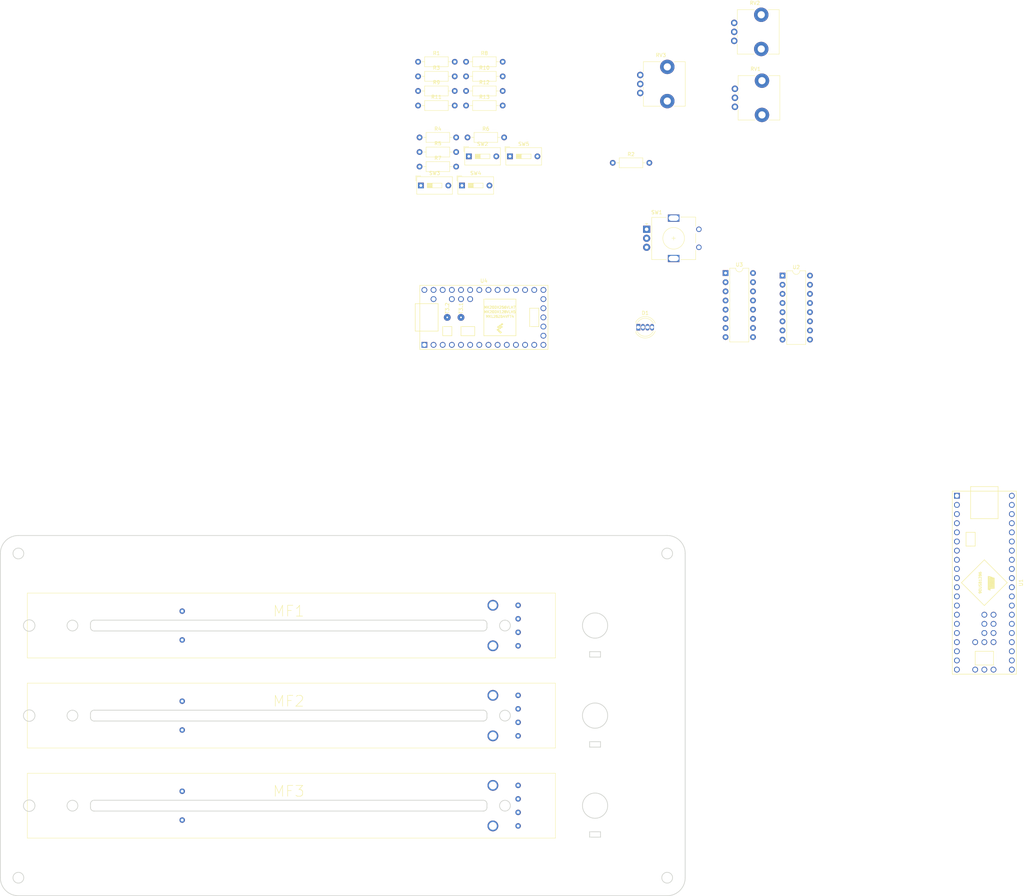
<source format=kicad_pcb>
(kicad_pcb (version 20171130) (host pcbnew "(5.1.10)-1")

  (general
    (thickness 1.6)
    (drawings 60)
    (tracks 0)
    (zones 0)
    (modules 29)
    (nets 45)
  )

  (page A4)
  (layers
    (0 F.Cu signal)
    (31 B.Cu signal)
    (32 B.Adhes user)
    (33 F.Adhes user)
    (34 B.Paste user)
    (35 F.Paste user)
    (36 B.SilkS user)
    (37 F.SilkS user)
    (38 B.Mask user)
    (39 F.Mask user)
    (40 Dwgs.User user)
    (41 Cmts.User user)
    (42 Eco1.User user)
    (43 Eco2.User user)
    (44 Edge.Cuts user)
    (45 Margin user)
    (46 B.CrtYd user)
    (47 F.CrtYd user)
    (48 B.Fab user)
    (49 F.Fab user)
  )

  (setup
    (last_trace_width 0.25)
    (trace_clearance 0.2)
    (zone_clearance 0.508)
    (zone_45_only no)
    (trace_min 0.2)
    (via_size 0.8)
    (via_drill 0.4)
    (via_min_size 0.4)
    (via_min_drill 0.3)
    (uvia_size 0.3)
    (uvia_drill 0.1)
    (uvias_allowed no)
    (uvia_min_size 0.2)
    (uvia_min_drill 0.1)
    (edge_width 0.05)
    (segment_width 0.2)
    (pcb_text_width 0.3)
    (pcb_text_size 1.5 1.5)
    (mod_edge_width 0.12)
    (mod_text_size 1 1)
    (mod_text_width 0.15)
    (pad_size 1.524 1.524)
    (pad_drill 0.762)
    (pad_to_mask_clearance 0)
    (aux_axis_origin 0 0)
    (grid_origin 56 92.5)
    (visible_elements 7FFFF7FF)
    (pcbplotparams
      (layerselection 0x010fc_ffffffff)
      (usegerberextensions false)
      (usegerberattributes true)
      (usegerberadvancedattributes true)
      (creategerberjobfile true)
      (excludeedgelayer true)
      (linewidth 0.100000)
      (plotframeref false)
      (viasonmask false)
      (mode 1)
      (useauxorigin false)
      (hpglpennumber 1)
      (hpglpenspeed 20)
      (hpglpendiameter 15.000000)
      (psnegative false)
      (psa4output false)
      (plotreference true)
      (plotvalue true)
      (plotinvisibletext false)
      (padsonsilk false)
      (subtractmaskfromsilk false)
      (outputformat 1)
      (mirror false)
      (drillshape 1)
      (scaleselection 1)
      (outputdirectory ""))
  )

  (net 0 "")
  (net 1 DIRAFadeur1)
  (net 2 GNDREF)
  (net 3 DIRBFadeur1)
  (net 4 DIRAFadeur2)
  (net 5 DIRBFadeur2)
  (net 6 DIRAFadeur3)
  (net 7 DIRBFadeur3)
  (net 8 SpeedFadeur1)
  (net 9 SpeedFadeur2)
  (net 10 SpeedFadeur3)
  (net 11 POT3)
  (net 12 POT2)
  (net 13 POT1)
  (net 14 Slider3)
  (net 15 Slider2)
  (net 16 Slider1)
  (net 17 "Net-(MF1-Pad4)")
  (net 18 "Net-(MF3-Pad4)")
  (net 19 "Net-(MF1-Pad5)")
  (net 20 "Net-(MF3-Pad5)")
  (net 21 VCC)
  (net 22 "Net-(MF2-Pad5)")
  (net 23 "Net-(MF2-Pad4)")
  (net 24 Touch1)
  (net 25 Touch3)
  (net 26 Touch2)
  (net 27 +5V)
  (net 28 Button1)
  (net 29 Button2)
  (net 30 Button3)
  (net 31 Button4)
  (net 32 LED_RED)
  (net 33 LED_GREEN)
  (net 34 LED_BLUE)
  (net 35 ROTA)
  (net 36 ROTB)
  (net 37 "Net-(U4-Pad38)")
  (net 38 +3V3)
  (net 39 "Net-(D1-Pad4)")
  (net 40 "Net-(D1-Pad3)")
  (net 41 "Net-(D1-Pad2)")
  (net 42 "Net-(MF1-Pad6)")
  (net 43 "Net-(MF2-Pad6)")
  (net 44 "Net-(MF3-Pad6)")

  (net_class Default "This is the default net class."
    (clearance 0.2)
    (trace_width 0.25)
    (via_dia 0.8)
    (via_drill 0.4)
    (uvia_dia 0.3)
    (uvia_drill 0.1)
    (add_net +3V3)
    (add_net +5V)
    (add_net Button1)
    (add_net Button2)
    (add_net Button3)
    (add_net Button4)
    (add_net DIRAFadeur1)
    (add_net DIRAFadeur2)
    (add_net DIRAFadeur3)
    (add_net DIRAFadeur4)
    (add_net DIRBFadeur1)
    (add_net DIRBFadeur2)
    (add_net DIRBFadeur3)
    (add_net DIRBFadeur4)
    (add_net GNDREF)
    (add_net LED_BLUE)
    (add_net LED_GREEN)
    (add_net LED_RED)
    (add_net "Net-(D1-Pad2)")
    (add_net "Net-(D1-Pad3)")
    (add_net "Net-(D1-Pad4)")
    (add_net "Net-(MF1-Pad4)")
    (add_net "Net-(MF1-Pad5)")
    (add_net "Net-(MF1-Pad6)")
    (add_net "Net-(MF2-Pad4)")
    (add_net "Net-(MF2-Pad5)")
    (add_net "Net-(MF2-Pad6)")
    (add_net "Net-(MF3-Pad4)")
    (add_net "Net-(MF3-Pad5)")
    (add_net "Net-(MF3-Pad6)")
    (add_net "Net-(U1-Pad10)")
    (add_net "Net-(U1-Pad2)")
    (add_net "Net-(U1-Pad20)")
    (add_net "Net-(U1-Pad23)")
    (add_net "Net-(U1-Pad27)")
    (add_net "Net-(U1-Pad28)")
    (add_net "Net-(U1-Pad32)")
    (add_net "Net-(U1-Pad34)")
    (add_net "Net-(U1-Pad35)")
    (add_net "Net-(U1-Pad48)")
    (add_net "Net-(U1-Pad49)")
    (add_net "Net-(U1-Pad5)")
    (add_net "Net-(U1-Pad50)")
    (add_net "Net-(U1-Pad51)")
    (add_net "Net-(U1-Pad52)")
    (add_net "Net-(U1-Pad6)")
    (add_net "Net-(U1-Pad7)")
    (add_net "Net-(U1-Pad8)")
    (add_net "Net-(U1-Pad9)")
    (add_net "Net-(U3-Pad11)")
    (add_net "Net-(U3-Pad14)")
    (add_net "Net-(U4-Pad15)")
    (add_net "Net-(U4-Pad18)")
    (add_net "Net-(U4-Pad19)")
    (add_net "Net-(U4-Pad20)")
    (add_net "Net-(U4-Pad27)")
    (add_net "Net-(U4-Pad33)")
    (add_net "Net-(U4-Pad35)")
    (add_net "Net-(U4-Pad38)")
    (add_net POT1)
    (add_net POT2)
    (add_net POT3)
    (add_net ROTA)
    (add_net ROTB)
    (add_net Slider1)
    (add_net Slider2)
    (add_net Slider3)
    (add_net SpeedFadeur1)
    (add_net SpeedFadeur2)
    (add_net SpeedFadeur3)
    (add_net SpeedFadeur4)
    (add_net Touch1)
    (add_net Touch2)
    (add_net Touch3)
    (add_net Touch_master)
    (add_net VCC)
  )

  (module Resistor_THT:R_Axial_DIN0207_L6.3mm_D2.5mm_P10.16mm_Horizontal (layer F.Cu) (tedit 5AE5139B) (tstamp 61768940)
    (at 177.21 -76.85)
    (descr "Resistor, Axial_DIN0207 series, Axial, Horizontal, pin pitch=10.16mm, 0.25W = 1/4W, length*diameter=6.3*2.5mm^2, http://cdn-reichelt.de/documents/datenblatt/B400/1_4W%23YAG.pdf")
    (tags "Resistor Axial_DIN0207 series Axial Horizontal pin pitch 10.16mm 0.25W = 1/4W length 6.3mm diameter 2.5mm")
    (path /61B7A774)
    (fp_text reference R13 (at 5.08 -2.37) (layer F.SilkS)
      (effects (font (size 1 1) (thickness 0.15)))
    )
    (fp_text value R_Small (at 5.08 2.37) (layer F.Fab)
      (effects (font (size 1 1) (thickness 0.15)))
    )
    (fp_text user %R (at 5.08 0) (layer F.Fab)
      (effects (font (size 1 1) (thickness 0.15)))
    )
    (fp_line (start 1.93 -1.25) (end 1.93 1.25) (layer F.Fab) (width 0.1))
    (fp_line (start 1.93 1.25) (end 8.23 1.25) (layer F.Fab) (width 0.1))
    (fp_line (start 8.23 1.25) (end 8.23 -1.25) (layer F.Fab) (width 0.1))
    (fp_line (start 8.23 -1.25) (end 1.93 -1.25) (layer F.Fab) (width 0.1))
    (fp_line (start 0 0) (end 1.93 0) (layer F.Fab) (width 0.1))
    (fp_line (start 10.16 0) (end 8.23 0) (layer F.Fab) (width 0.1))
    (fp_line (start 1.81 -1.37) (end 1.81 1.37) (layer F.SilkS) (width 0.12))
    (fp_line (start 1.81 1.37) (end 8.35 1.37) (layer F.SilkS) (width 0.12))
    (fp_line (start 8.35 1.37) (end 8.35 -1.37) (layer F.SilkS) (width 0.12))
    (fp_line (start 8.35 -1.37) (end 1.81 -1.37) (layer F.SilkS) (width 0.12))
    (fp_line (start 1.04 0) (end 1.81 0) (layer F.SilkS) (width 0.12))
    (fp_line (start 9.12 0) (end 8.35 0) (layer F.SilkS) (width 0.12))
    (fp_line (start -1.05 -1.5) (end -1.05 1.5) (layer F.CrtYd) (width 0.05))
    (fp_line (start -1.05 1.5) (end 11.21 1.5) (layer F.CrtYd) (width 0.05))
    (fp_line (start 11.21 1.5) (end 11.21 -1.5) (layer F.CrtYd) (width 0.05))
    (fp_line (start 11.21 -1.5) (end -1.05 -1.5) (layer F.CrtYd) (width 0.05))
    (pad 2 thru_hole oval (at 10.16 0) (size 1.6 1.6) (drill 0.8) (layers *.Cu *.Mask)
      (net 26 Touch2))
    (pad 1 thru_hole circle (at 0 0) (size 1.6 1.6) (drill 0.8) (layers *.Cu *.Mask)
      (net 44 "Net-(MF3-Pad6)"))
    (model ${KISYS3DMOD}/Resistor_THT.3dshapes/R_Axial_DIN0207_L6.3mm_D2.5mm_P10.16mm_Horizontal.wrl
      (at (xyz 0 0 0))
      (scale (xyz 1 1 1))
      (rotate (xyz 0 0 0))
    )
  )

  (module Resistor_THT:R_Axial_DIN0207_L6.3mm_D2.5mm_P10.16mm_Horizontal (layer F.Cu) (tedit 5AE5139B) (tstamp 61768929)
    (at 177.21 -80.9)
    (descr "Resistor, Axial_DIN0207 series, Axial, Horizontal, pin pitch=10.16mm, 0.25W = 1/4W, length*diameter=6.3*2.5mm^2, http://cdn-reichelt.de/documents/datenblatt/B400/1_4W%23YAG.pdf")
    (tags "Resistor Axial_DIN0207 series Axial Horizontal pin pitch 10.16mm 0.25W = 1/4W length 6.3mm diameter 2.5mm")
    (path /61B7A742)
    (fp_text reference R12 (at 5.08 -2.37) (layer F.SilkS)
      (effects (font (size 1 1) (thickness 0.15)))
    )
    (fp_text value R_Small (at 5.08 2.37) (layer F.Fab)
      (effects (font (size 1 1) (thickness 0.15)))
    )
    (fp_text user %R (at 5.08 0) (layer F.Fab)
      (effects (font (size 1 1) (thickness 0.15)))
    )
    (fp_line (start 1.93 -1.25) (end 1.93 1.25) (layer F.Fab) (width 0.1))
    (fp_line (start 1.93 1.25) (end 8.23 1.25) (layer F.Fab) (width 0.1))
    (fp_line (start 8.23 1.25) (end 8.23 -1.25) (layer F.Fab) (width 0.1))
    (fp_line (start 8.23 -1.25) (end 1.93 -1.25) (layer F.Fab) (width 0.1))
    (fp_line (start 0 0) (end 1.93 0) (layer F.Fab) (width 0.1))
    (fp_line (start 10.16 0) (end 8.23 0) (layer F.Fab) (width 0.1))
    (fp_line (start 1.81 -1.37) (end 1.81 1.37) (layer F.SilkS) (width 0.12))
    (fp_line (start 1.81 1.37) (end 8.35 1.37) (layer F.SilkS) (width 0.12))
    (fp_line (start 8.35 1.37) (end 8.35 -1.37) (layer F.SilkS) (width 0.12))
    (fp_line (start 8.35 -1.37) (end 1.81 -1.37) (layer F.SilkS) (width 0.12))
    (fp_line (start 1.04 0) (end 1.81 0) (layer F.SilkS) (width 0.12))
    (fp_line (start 9.12 0) (end 8.35 0) (layer F.SilkS) (width 0.12))
    (fp_line (start -1.05 -1.5) (end -1.05 1.5) (layer F.CrtYd) (width 0.05))
    (fp_line (start -1.05 1.5) (end 11.21 1.5) (layer F.CrtYd) (width 0.05))
    (fp_line (start 11.21 1.5) (end 11.21 -1.5) (layer F.CrtYd) (width 0.05))
    (fp_line (start 11.21 -1.5) (end -1.05 -1.5) (layer F.CrtYd) (width 0.05))
    (pad 2 thru_hole oval (at 10.16 0) (size 1.6 1.6) (drill 0.8) (layers *.Cu *.Mask)
      (net 27 +5V))
    (pad 1 thru_hole circle (at 0 0) (size 1.6 1.6) (drill 0.8) (layers *.Cu *.Mask)
      (net 44 "Net-(MF3-Pad6)"))
    (model ${KISYS3DMOD}/Resistor_THT.3dshapes/R_Axial_DIN0207_L6.3mm_D2.5mm_P10.16mm_Horizontal.wrl
      (at (xyz 0 0 0))
      (scale (xyz 1 1 1))
      (rotate (xyz 0 0 0))
    )
  )

  (module Resistor_THT:R_Axial_DIN0207_L6.3mm_D2.5mm_P10.16mm_Horizontal (layer F.Cu) (tedit 5AE5139B) (tstamp 61768912)
    (at 163.9 -76.85)
    (descr "Resistor, Axial_DIN0207 series, Axial, Horizontal, pin pitch=10.16mm, 0.25W = 1/4W, length*diameter=6.3*2.5mm^2, http://cdn-reichelt.de/documents/datenblatt/B400/1_4W%23YAG.pdf")
    (tags "Resistor Axial_DIN0207 series Axial Horizontal pin pitch 10.16mm 0.25W = 1/4W length 6.3mm diameter 2.5mm")
    (path /61AB05A6)
    (fp_text reference R11 (at 5.08 -2.37) (layer F.SilkS)
      (effects (font (size 1 1) (thickness 0.15)))
    )
    (fp_text value R_Small (at 5.08 2.37) (layer F.Fab)
      (effects (font (size 1 1) (thickness 0.15)))
    )
    (fp_text user %R (at 5.08 0) (layer F.Fab)
      (effects (font (size 1 1) (thickness 0.15)))
    )
    (fp_line (start 1.93 -1.25) (end 1.93 1.25) (layer F.Fab) (width 0.1))
    (fp_line (start 1.93 1.25) (end 8.23 1.25) (layer F.Fab) (width 0.1))
    (fp_line (start 8.23 1.25) (end 8.23 -1.25) (layer F.Fab) (width 0.1))
    (fp_line (start 8.23 -1.25) (end 1.93 -1.25) (layer F.Fab) (width 0.1))
    (fp_line (start 0 0) (end 1.93 0) (layer F.Fab) (width 0.1))
    (fp_line (start 10.16 0) (end 8.23 0) (layer F.Fab) (width 0.1))
    (fp_line (start 1.81 -1.37) (end 1.81 1.37) (layer F.SilkS) (width 0.12))
    (fp_line (start 1.81 1.37) (end 8.35 1.37) (layer F.SilkS) (width 0.12))
    (fp_line (start 8.35 1.37) (end 8.35 -1.37) (layer F.SilkS) (width 0.12))
    (fp_line (start 8.35 -1.37) (end 1.81 -1.37) (layer F.SilkS) (width 0.12))
    (fp_line (start 1.04 0) (end 1.81 0) (layer F.SilkS) (width 0.12))
    (fp_line (start 9.12 0) (end 8.35 0) (layer F.SilkS) (width 0.12))
    (fp_line (start -1.05 -1.5) (end -1.05 1.5) (layer F.CrtYd) (width 0.05))
    (fp_line (start -1.05 1.5) (end 11.21 1.5) (layer F.CrtYd) (width 0.05))
    (fp_line (start 11.21 1.5) (end 11.21 -1.5) (layer F.CrtYd) (width 0.05))
    (fp_line (start 11.21 -1.5) (end -1.05 -1.5) (layer F.CrtYd) (width 0.05))
    (pad 2 thru_hole oval (at 10.16 0) (size 1.6 1.6) (drill 0.8) (layers *.Cu *.Mask)
      (net 32 LED_RED))
    (pad 1 thru_hole circle (at 0 0) (size 1.6 1.6) (drill 0.8) (layers *.Cu *.Mask)
      (net 41 "Net-(D1-Pad2)"))
    (model ${KISYS3DMOD}/Resistor_THT.3dshapes/R_Axial_DIN0207_L6.3mm_D2.5mm_P10.16mm_Horizontal.wrl
      (at (xyz 0 0 0))
      (scale (xyz 1 1 1))
      (rotate (xyz 0 0 0))
    )
  )

  (module Resistor_THT:R_Axial_DIN0207_L6.3mm_D2.5mm_P10.16mm_Horizontal (layer F.Cu) (tedit 5AE5139B) (tstamp 617688FB)
    (at 177.21 -84.95)
    (descr "Resistor, Axial_DIN0207 series, Axial, Horizontal, pin pitch=10.16mm, 0.25W = 1/4W, length*diameter=6.3*2.5mm^2, http://cdn-reichelt.de/documents/datenblatt/B400/1_4W%23YAG.pdf")
    (tags "Resistor Axial_DIN0207 series Axial Horizontal pin pitch 10.16mm 0.25W = 1/4W length 6.3mm diameter 2.5mm")
    (path /61AB03EC)
    (fp_text reference R10 (at 5.08 -2.37) (layer F.SilkS)
      (effects (font (size 1 1) (thickness 0.15)))
    )
    (fp_text value R_Small (at 5.08 2.37) (layer F.Fab)
      (effects (font (size 1 1) (thickness 0.15)))
    )
    (fp_text user %R (at 5.08 0) (layer F.Fab)
      (effects (font (size 1 1) (thickness 0.15)))
    )
    (fp_line (start 1.93 -1.25) (end 1.93 1.25) (layer F.Fab) (width 0.1))
    (fp_line (start 1.93 1.25) (end 8.23 1.25) (layer F.Fab) (width 0.1))
    (fp_line (start 8.23 1.25) (end 8.23 -1.25) (layer F.Fab) (width 0.1))
    (fp_line (start 8.23 -1.25) (end 1.93 -1.25) (layer F.Fab) (width 0.1))
    (fp_line (start 0 0) (end 1.93 0) (layer F.Fab) (width 0.1))
    (fp_line (start 10.16 0) (end 8.23 0) (layer F.Fab) (width 0.1))
    (fp_line (start 1.81 -1.37) (end 1.81 1.37) (layer F.SilkS) (width 0.12))
    (fp_line (start 1.81 1.37) (end 8.35 1.37) (layer F.SilkS) (width 0.12))
    (fp_line (start 8.35 1.37) (end 8.35 -1.37) (layer F.SilkS) (width 0.12))
    (fp_line (start 8.35 -1.37) (end 1.81 -1.37) (layer F.SilkS) (width 0.12))
    (fp_line (start 1.04 0) (end 1.81 0) (layer F.SilkS) (width 0.12))
    (fp_line (start 9.12 0) (end 8.35 0) (layer F.SilkS) (width 0.12))
    (fp_line (start -1.05 -1.5) (end -1.05 1.5) (layer F.CrtYd) (width 0.05))
    (fp_line (start -1.05 1.5) (end 11.21 1.5) (layer F.CrtYd) (width 0.05))
    (fp_line (start 11.21 1.5) (end 11.21 -1.5) (layer F.CrtYd) (width 0.05))
    (fp_line (start 11.21 -1.5) (end -1.05 -1.5) (layer F.CrtYd) (width 0.05))
    (pad 2 thru_hole oval (at 10.16 0) (size 1.6 1.6) (drill 0.8) (layers *.Cu *.Mask)
      (net 33 LED_GREEN))
    (pad 1 thru_hole circle (at 0 0) (size 1.6 1.6) (drill 0.8) (layers *.Cu *.Mask)
      (net 40 "Net-(D1-Pad3)"))
    (model ${KISYS3DMOD}/Resistor_THT.3dshapes/R_Axial_DIN0207_L6.3mm_D2.5mm_P10.16mm_Horizontal.wrl
      (at (xyz 0 0 0))
      (scale (xyz 1 1 1))
      (rotate (xyz 0 0 0))
    )
  )

  (module Resistor_THT:R_Axial_DIN0207_L6.3mm_D2.5mm_P10.16mm_Horizontal (layer F.Cu) (tedit 5AE5139B) (tstamp 617688E4)
    (at 163.9 -80.9)
    (descr "Resistor, Axial_DIN0207 series, Axial, Horizontal, pin pitch=10.16mm, 0.25W = 1/4W, length*diameter=6.3*2.5mm^2, http://cdn-reichelt.de/documents/datenblatt/B400/1_4W%23YAG.pdf")
    (tags "Resistor Axial_DIN0207 series Axial Horizontal pin pitch 10.16mm 0.25W = 1/4W length 6.3mm diameter 2.5mm")
    (path /61AAFDB8)
    (fp_text reference R9 (at 5.08 -2.37) (layer F.SilkS)
      (effects (font (size 1 1) (thickness 0.15)))
    )
    (fp_text value R_Small (at 5.08 2.37) (layer F.Fab)
      (effects (font (size 1 1) (thickness 0.15)))
    )
    (fp_text user %R (at 5.08 0) (layer F.Fab)
      (effects (font (size 1 1) (thickness 0.15)))
    )
    (fp_line (start 1.93 -1.25) (end 1.93 1.25) (layer F.Fab) (width 0.1))
    (fp_line (start 1.93 1.25) (end 8.23 1.25) (layer F.Fab) (width 0.1))
    (fp_line (start 8.23 1.25) (end 8.23 -1.25) (layer F.Fab) (width 0.1))
    (fp_line (start 8.23 -1.25) (end 1.93 -1.25) (layer F.Fab) (width 0.1))
    (fp_line (start 0 0) (end 1.93 0) (layer F.Fab) (width 0.1))
    (fp_line (start 10.16 0) (end 8.23 0) (layer F.Fab) (width 0.1))
    (fp_line (start 1.81 -1.37) (end 1.81 1.37) (layer F.SilkS) (width 0.12))
    (fp_line (start 1.81 1.37) (end 8.35 1.37) (layer F.SilkS) (width 0.12))
    (fp_line (start 8.35 1.37) (end 8.35 -1.37) (layer F.SilkS) (width 0.12))
    (fp_line (start 8.35 -1.37) (end 1.81 -1.37) (layer F.SilkS) (width 0.12))
    (fp_line (start 1.04 0) (end 1.81 0) (layer F.SilkS) (width 0.12))
    (fp_line (start 9.12 0) (end 8.35 0) (layer F.SilkS) (width 0.12))
    (fp_line (start -1.05 -1.5) (end -1.05 1.5) (layer F.CrtYd) (width 0.05))
    (fp_line (start -1.05 1.5) (end 11.21 1.5) (layer F.CrtYd) (width 0.05))
    (fp_line (start 11.21 1.5) (end 11.21 -1.5) (layer F.CrtYd) (width 0.05))
    (fp_line (start 11.21 -1.5) (end -1.05 -1.5) (layer F.CrtYd) (width 0.05))
    (pad 2 thru_hole oval (at 10.16 0) (size 1.6 1.6) (drill 0.8) (layers *.Cu *.Mask)
      (net 34 LED_BLUE))
    (pad 1 thru_hole circle (at 0 0) (size 1.6 1.6) (drill 0.8) (layers *.Cu *.Mask)
      (net 39 "Net-(D1-Pad4)"))
    (model ${KISYS3DMOD}/Resistor_THT.3dshapes/R_Axial_DIN0207_L6.3mm_D2.5mm_P10.16mm_Horizontal.wrl
      (at (xyz 0 0 0))
      (scale (xyz 1 1 1))
      (rotate (xyz 0 0 0))
    )
  )

  (module Resistor_THT:R_Axial_DIN0207_L6.3mm_D2.5mm_P10.16mm_Horizontal (layer F.Cu) (tedit 5AE5139B) (tstamp 617688CD)
    (at 177.21 -89)
    (descr "Resistor, Axial_DIN0207 series, Axial, Horizontal, pin pitch=10.16mm, 0.25W = 1/4W, length*diameter=6.3*2.5mm^2, http://cdn-reichelt.de/documents/datenblatt/B400/1_4W%23YAG.pdf")
    (tags "Resistor Axial_DIN0207 series Axial Horizontal pin pitch 10.16mm 0.25W = 1/4W length 6.3mm diameter 2.5mm")
    (path /61B1728F)
    (fp_text reference R8 (at 5.08 -2.37) (layer F.SilkS)
      (effects (font (size 1 1) (thickness 0.15)))
    )
    (fp_text value R_Small (at 5.08 2.37) (layer F.Fab)
      (effects (font (size 1 1) (thickness 0.15)))
    )
    (fp_text user %R (at 5.08 0) (layer F.Fab)
      (effects (font (size 1 1) (thickness 0.15)))
    )
    (fp_line (start 1.93 -1.25) (end 1.93 1.25) (layer F.Fab) (width 0.1))
    (fp_line (start 1.93 1.25) (end 8.23 1.25) (layer F.Fab) (width 0.1))
    (fp_line (start 8.23 1.25) (end 8.23 -1.25) (layer F.Fab) (width 0.1))
    (fp_line (start 8.23 -1.25) (end 1.93 -1.25) (layer F.Fab) (width 0.1))
    (fp_line (start 0 0) (end 1.93 0) (layer F.Fab) (width 0.1))
    (fp_line (start 10.16 0) (end 8.23 0) (layer F.Fab) (width 0.1))
    (fp_line (start 1.81 -1.37) (end 1.81 1.37) (layer F.SilkS) (width 0.12))
    (fp_line (start 1.81 1.37) (end 8.35 1.37) (layer F.SilkS) (width 0.12))
    (fp_line (start 8.35 1.37) (end 8.35 -1.37) (layer F.SilkS) (width 0.12))
    (fp_line (start 8.35 -1.37) (end 1.81 -1.37) (layer F.SilkS) (width 0.12))
    (fp_line (start 1.04 0) (end 1.81 0) (layer F.SilkS) (width 0.12))
    (fp_line (start 9.12 0) (end 8.35 0) (layer F.SilkS) (width 0.12))
    (fp_line (start -1.05 -1.5) (end -1.05 1.5) (layer F.CrtYd) (width 0.05))
    (fp_line (start -1.05 1.5) (end 11.21 1.5) (layer F.CrtYd) (width 0.05))
    (fp_line (start 11.21 1.5) (end 11.21 -1.5) (layer F.CrtYd) (width 0.05))
    (fp_line (start 11.21 -1.5) (end -1.05 -1.5) (layer F.CrtYd) (width 0.05))
    (pad 2 thru_hole oval (at 10.16 0) (size 1.6 1.6) (drill 0.8) (layers *.Cu *.Mask)
      (net 25 Touch3))
    (pad 1 thru_hole circle (at 0 0) (size 1.6 1.6) (drill 0.8) (layers *.Cu *.Mask)
      (net 43 "Net-(MF2-Pad6)"))
    (model ${KISYS3DMOD}/Resistor_THT.3dshapes/R_Axial_DIN0207_L6.3mm_D2.5mm_P10.16mm_Horizontal.wrl
      (at (xyz 0 0 0))
      (scale (xyz 1 1 1))
      (rotate (xyz 0 0 0))
    )
  )

  (module Resistor_THT:R_Axial_DIN0207_L6.3mm_D2.5mm_P10.16mm_Horizontal (layer F.Cu) (tedit 5AE5139B) (tstamp 61768806)
    (at 163.9 -84.95)
    (descr "Resistor, Axial_DIN0207 series, Axial, Horizontal, pin pitch=10.16mm, 0.25W = 1/4W, length*diameter=6.3*2.5mm^2, http://cdn-reichelt.de/documents/datenblatt/B400/1_4W%23YAG.pdf")
    (tags "Resistor Axial_DIN0207 series Axial Horizontal pin pitch 10.16mm 0.25W = 1/4W length 6.3mm diameter 2.5mm")
    (path /61B36795)
    (fp_text reference R3 (at 5.08 -2.37) (layer F.SilkS)
      (effects (font (size 1 1) (thickness 0.15)))
    )
    (fp_text value R_Small (at 5.08 2.37) (layer F.Fab)
      (effects (font (size 1 1) (thickness 0.15)))
    )
    (fp_text user %R (at 5.08 0) (layer F.Fab)
      (effects (font (size 1 1) (thickness 0.15)))
    )
    (fp_line (start 1.93 -1.25) (end 1.93 1.25) (layer F.Fab) (width 0.1))
    (fp_line (start 1.93 1.25) (end 8.23 1.25) (layer F.Fab) (width 0.1))
    (fp_line (start 8.23 1.25) (end 8.23 -1.25) (layer F.Fab) (width 0.1))
    (fp_line (start 8.23 -1.25) (end 1.93 -1.25) (layer F.Fab) (width 0.1))
    (fp_line (start 0 0) (end 1.93 0) (layer F.Fab) (width 0.1))
    (fp_line (start 10.16 0) (end 8.23 0) (layer F.Fab) (width 0.1))
    (fp_line (start 1.81 -1.37) (end 1.81 1.37) (layer F.SilkS) (width 0.12))
    (fp_line (start 1.81 1.37) (end 8.35 1.37) (layer F.SilkS) (width 0.12))
    (fp_line (start 8.35 1.37) (end 8.35 -1.37) (layer F.SilkS) (width 0.12))
    (fp_line (start 8.35 -1.37) (end 1.81 -1.37) (layer F.SilkS) (width 0.12))
    (fp_line (start 1.04 0) (end 1.81 0) (layer F.SilkS) (width 0.12))
    (fp_line (start 9.12 0) (end 8.35 0) (layer F.SilkS) (width 0.12))
    (fp_line (start -1.05 -1.5) (end -1.05 1.5) (layer F.CrtYd) (width 0.05))
    (fp_line (start -1.05 1.5) (end 11.21 1.5) (layer F.CrtYd) (width 0.05))
    (fp_line (start 11.21 1.5) (end 11.21 -1.5) (layer F.CrtYd) (width 0.05))
    (fp_line (start 11.21 -1.5) (end -1.05 -1.5) (layer F.CrtYd) (width 0.05))
    (pad 2 thru_hole oval (at 10.16 0) (size 1.6 1.6) (drill 0.8) (layers *.Cu *.Mask)
      (net 24 Touch1))
    (pad 1 thru_hole circle (at 0 0) (size 1.6 1.6) (drill 0.8) (layers *.Cu *.Mask)
      (net 42 "Net-(MF1-Pad6)"))
    (model ${KISYS3DMOD}/Resistor_THT.3dshapes/R_Axial_DIN0207_L6.3mm_D2.5mm_P10.16mm_Horizontal.wrl
      (at (xyz 0 0 0))
      (scale (xyz 1 1 1))
      (rotate (xyz 0 0 0))
    )
  )

  (module Resistor_THT:R_Axial_DIN0207_L6.3mm_D2.5mm_P10.16mm_Horizontal (layer F.Cu) (tedit 5AE5139B) (tstamp 617687C3)
    (at 163.9 -89)
    (descr "Resistor, Axial_DIN0207 series, Axial, Horizontal, pin pitch=10.16mm, 0.25W = 1/4W, length*diameter=6.3*2.5mm^2, http://cdn-reichelt.de/documents/datenblatt/B400/1_4W%23YAG.pdf")
    (tags "Resistor Axial_DIN0207 series Axial Horizontal pin pitch 10.16mm 0.25W = 1/4W length 6.3mm diameter 2.5mm")
    (path /61B3676F)
    (fp_text reference R1 (at 5.08 -2.37) (layer F.SilkS)
      (effects (font (size 1 1) (thickness 0.15)))
    )
    (fp_text value R_Small (at 5.08 2.37) (layer F.Fab)
      (effects (font (size 1 1) (thickness 0.15)))
    )
    (fp_text user %R (at 5.08 0) (layer F.Fab)
      (effects (font (size 1 1) (thickness 0.15)))
    )
    (fp_line (start 1.93 -1.25) (end 1.93 1.25) (layer F.Fab) (width 0.1))
    (fp_line (start 1.93 1.25) (end 8.23 1.25) (layer F.Fab) (width 0.1))
    (fp_line (start 8.23 1.25) (end 8.23 -1.25) (layer F.Fab) (width 0.1))
    (fp_line (start 8.23 -1.25) (end 1.93 -1.25) (layer F.Fab) (width 0.1))
    (fp_line (start 0 0) (end 1.93 0) (layer F.Fab) (width 0.1))
    (fp_line (start 10.16 0) (end 8.23 0) (layer F.Fab) (width 0.1))
    (fp_line (start 1.81 -1.37) (end 1.81 1.37) (layer F.SilkS) (width 0.12))
    (fp_line (start 1.81 1.37) (end 8.35 1.37) (layer F.SilkS) (width 0.12))
    (fp_line (start 8.35 1.37) (end 8.35 -1.37) (layer F.SilkS) (width 0.12))
    (fp_line (start 8.35 -1.37) (end 1.81 -1.37) (layer F.SilkS) (width 0.12))
    (fp_line (start 1.04 0) (end 1.81 0) (layer F.SilkS) (width 0.12))
    (fp_line (start 9.12 0) (end 8.35 0) (layer F.SilkS) (width 0.12))
    (fp_line (start -1.05 -1.5) (end -1.05 1.5) (layer F.CrtYd) (width 0.05))
    (fp_line (start -1.05 1.5) (end 11.21 1.5) (layer F.CrtYd) (width 0.05))
    (fp_line (start 11.21 1.5) (end 11.21 -1.5) (layer F.CrtYd) (width 0.05))
    (fp_line (start 11.21 -1.5) (end -1.05 -1.5) (layer F.CrtYd) (width 0.05))
    (pad 2 thru_hole oval (at 10.16 0) (size 1.6 1.6) (drill 0.8) (layers *.Cu *.Mask)
      (net 27 +5V))
    (pad 1 thru_hole circle (at 0 0) (size 1.6 1.6) (drill 0.8) (layers *.Cu *.Mask)
      (net 42 "Net-(MF1-Pad6)"))
    (model ${KISYS3DMOD}/Resistor_THT.3dshapes/R_Axial_DIN0207_L6.3mm_D2.5mm_P10.16mm_Horizontal.wrl
      (at (xyz 0 0 0))
      (scale (xyz 1 1 1))
      (rotate (xyz 0 0 0))
    )
  )

  (module Button_Switch_THT:SW_DIP_SPSTx01_Slide_9.78x4.72mm_W7.62mm_P2.54mm (layer F.Cu) (tedit 5A4E1404) (tstamp 61767D5B)
    (at 189.385 -62.75)
    (descr "1x-dip-switch SPST , Slide, row spacing 7.62 mm (300 mils), body size 9.78x4.72mm (see e.g. https://www.ctscorp.com/wp-content/uploads/206-208.pdf)")
    (tags "DIP Switch SPST Slide 7.62mm 300mil")
    (path /617F2974)
    (fp_text reference SW5 (at 3.81 -3.42) (layer F.SilkS)
      (effects (font (size 1 1) (thickness 0.15)))
    )
    (fp_text value SW_SPST (at 3.81 3.42) (layer F.Fab)
      (effects (font (size 1 1) (thickness 0.15)))
    )
    (fp_text user on (at 5.365 -1.4975) (layer F.Fab)
      (effects (font (size 0.6 0.6) (thickness 0.09)))
    )
    (fp_text user %R (at 7.27 0 90) (layer F.Fab)
      (effects (font (size 0.6 0.6) (thickness 0.09)))
    )
    (fp_line (start -0.08 -2.36) (end 8.7 -2.36) (layer F.Fab) (width 0.1))
    (fp_line (start 8.7 -2.36) (end 8.7 2.36) (layer F.Fab) (width 0.1))
    (fp_line (start 8.7 2.36) (end -1.08 2.36) (layer F.Fab) (width 0.1))
    (fp_line (start -1.08 2.36) (end -1.08 -1.36) (layer F.Fab) (width 0.1))
    (fp_line (start -1.08 -1.36) (end -0.08 -2.36) (layer F.Fab) (width 0.1))
    (fp_line (start 1.78 -0.635) (end 1.78 0.635) (layer F.Fab) (width 0.1))
    (fp_line (start 1.78 0.635) (end 5.84 0.635) (layer F.Fab) (width 0.1))
    (fp_line (start 5.84 0.635) (end 5.84 -0.635) (layer F.Fab) (width 0.1))
    (fp_line (start 5.84 -0.635) (end 1.78 -0.635) (layer F.Fab) (width 0.1))
    (fp_line (start 1.78 -0.535) (end 3.133333 -0.535) (layer F.Fab) (width 0.1))
    (fp_line (start 1.78 -0.435) (end 3.133333 -0.435) (layer F.Fab) (width 0.1))
    (fp_line (start 1.78 -0.335) (end 3.133333 -0.335) (layer F.Fab) (width 0.1))
    (fp_line (start 1.78 -0.235) (end 3.133333 -0.235) (layer F.Fab) (width 0.1))
    (fp_line (start 1.78 -0.135) (end 3.133333 -0.135) (layer F.Fab) (width 0.1))
    (fp_line (start 1.78 -0.035) (end 3.133333 -0.035) (layer F.Fab) (width 0.1))
    (fp_line (start 1.78 0.065) (end 3.133333 0.065) (layer F.Fab) (width 0.1))
    (fp_line (start 1.78 0.165) (end 3.133333 0.165) (layer F.Fab) (width 0.1))
    (fp_line (start 1.78 0.265) (end 3.133333 0.265) (layer F.Fab) (width 0.1))
    (fp_line (start 1.78 0.365) (end 3.133333 0.365) (layer F.Fab) (width 0.1))
    (fp_line (start 1.78 0.465) (end 3.133333 0.465) (layer F.Fab) (width 0.1))
    (fp_line (start 1.78 0.565) (end 3.133333 0.565) (layer F.Fab) (width 0.1))
    (fp_line (start 3.133333 -0.635) (end 3.133333 0.635) (layer F.Fab) (width 0.1))
    (fp_line (start -1.14 -2.42) (end 8.76 -2.42) (layer F.SilkS) (width 0.12))
    (fp_line (start -1.14 2.42) (end 8.76 2.42) (layer F.SilkS) (width 0.12))
    (fp_line (start -1.14 -2.42) (end -1.14 2.42) (layer F.SilkS) (width 0.12))
    (fp_line (start 8.76 -2.42) (end 8.76 2.42) (layer F.SilkS) (width 0.12))
    (fp_line (start -1.38 -2.66) (end 0.004 -2.66) (layer F.SilkS) (width 0.12))
    (fp_line (start -1.38 -2.66) (end -1.38 -1.277) (layer F.SilkS) (width 0.12))
    (fp_line (start 1.78 -0.635) (end 1.78 0.635) (layer F.SilkS) (width 0.12))
    (fp_line (start 1.78 0.635) (end 5.84 0.635) (layer F.SilkS) (width 0.12))
    (fp_line (start 5.84 0.635) (end 5.84 -0.635) (layer F.SilkS) (width 0.12))
    (fp_line (start 5.84 -0.635) (end 1.78 -0.635) (layer F.SilkS) (width 0.12))
    (fp_line (start 1.78 -0.515) (end 3.133333 -0.515) (layer F.SilkS) (width 0.12))
    (fp_line (start 1.78 -0.395) (end 3.133333 -0.395) (layer F.SilkS) (width 0.12))
    (fp_line (start 1.78 -0.275) (end 3.133333 -0.275) (layer F.SilkS) (width 0.12))
    (fp_line (start 1.78 -0.155) (end 3.133333 -0.155) (layer F.SilkS) (width 0.12))
    (fp_line (start 1.78 -0.035) (end 3.133333 -0.035) (layer F.SilkS) (width 0.12))
    (fp_line (start 1.78 0.085) (end 3.133333 0.085) (layer F.SilkS) (width 0.12))
    (fp_line (start 1.78 0.205) (end 3.133333 0.205) (layer F.SilkS) (width 0.12))
    (fp_line (start 1.78 0.325) (end 3.133333 0.325) (layer F.SilkS) (width 0.12))
    (fp_line (start 1.78 0.445) (end 3.133333 0.445) (layer F.SilkS) (width 0.12))
    (fp_line (start 1.78 0.565) (end 3.133333 0.565) (layer F.SilkS) (width 0.12))
    (fp_line (start 3.133333 -0.635) (end 3.133333 0.635) (layer F.SilkS) (width 0.12))
    (fp_line (start -1.35 -2.7) (end -1.35 2.7) (layer F.CrtYd) (width 0.05))
    (fp_line (start -1.35 2.7) (end 8.95 2.7) (layer F.CrtYd) (width 0.05))
    (fp_line (start 8.95 2.7) (end 8.95 -2.7) (layer F.CrtYd) (width 0.05))
    (fp_line (start 8.95 -2.7) (end -1.35 -2.7) (layer F.CrtYd) (width 0.05))
    (pad 2 thru_hole oval (at 7.62 0) (size 1.6 1.6) (drill 0.8) (layers *.Cu *.Mask)
      (net 31 Button4))
    (pad 1 thru_hole rect (at 0 0) (size 1.6 1.6) (drill 0.8) (layers *.Cu *.Mask)
      (net 2 GNDREF))
    (model ${KISYS3DMOD}/Button_Switch_THT.3dshapes/SW_DIP_SPSTx01_Slide_9.78x4.72mm_W7.62mm_P2.54mm.wrl
      (at (xyz 0 0 0))
      (scale (xyz 1 1 1))
      (rotate (xyz 0 0 90))
    )
  )

  (module Button_Switch_THT:SW_DIP_SPSTx01_Slide_9.78x4.72mm_W7.62mm_P2.54mm (layer F.Cu) (tedit 5A4E1404) (tstamp 61767D24)
    (at 176.075 -54.65)
    (descr "1x-dip-switch SPST , Slide, row spacing 7.62 mm (300 mils), body size 9.78x4.72mm (see e.g. https://www.ctscorp.com/wp-content/uploads/206-208.pdf)")
    (tags "DIP Switch SPST Slide 7.62mm 300mil")
    (path /617F2944)
    (fp_text reference SW4 (at 3.81 -3.42) (layer F.SilkS)
      (effects (font (size 1 1) (thickness 0.15)))
    )
    (fp_text value SW_SPST (at 3.81 3.42) (layer F.Fab)
      (effects (font (size 1 1) (thickness 0.15)))
    )
    (fp_text user on (at 5.365 -1.4975) (layer F.Fab)
      (effects (font (size 0.6 0.6) (thickness 0.09)))
    )
    (fp_text user %R (at 7.27 0 90) (layer F.Fab)
      (effects (font (size 0.6 0.6) (thickness 0.09)))
    )
    (fp_line (start -0.08 -2.36) (end 8.7 -2.36) (layer F.Fab) (width 0.1))
    (fp_line (start 8.7 -2.36) (end 8.7 2.36) (layer F.Fab) (width 0.1))
    (fp_line (start 8.7 2.36) (end -1.08 2.36) (layer F.Fab) (width 0.1))
    (fp_line (start -1.08 2.36) (end -1.08 -1.36) (layer F.Fab) (width 0.1))
    (fp_line (start -1.08 -1.36) (end -0.08 -2.36) (layer F.Fab) (width 0.1))
    (fp_line (start 1.78 -0.635) (end 1.78 0.635) (layer F.Fab) (width 0.1))
    (fp_line (start 1.78 0.635) (end 5.84 0.635) (layer F.Fab) (width 0.1))
    (fp_line (start 5.84 0.635) (end 5.84 -0.635) (layer F.Fab) (width 0.1))
    (fp_line (start 5.84 -0.635) (end 1.78 -0.635) (layer F.Fab) (width 0.1))
    (fp_line (start 1.78 -0.535) (end 3.133333 -0.535) (layer F.Fab) (width 0.1))
    (fp_line (start 1.78 -0.435) (end 3.133333 -0.435) (layer F.Fab) (width 0.1))
    (fp_line (start 1.78 -0.335) (end 3.133333 -0.335) (layer F.Fab) (width 0.1))
    (fp_line (start 1.78 -0.235) (end 3.133333 -0.235) (layer F.Fab) (width 0.1))
    (fp_line (start 1.78 -0.135) (end 3.133333 -0.135) (layer F.Fab) (width 0.1))
    (fp_line (start 1.78 -0.035) (end 3.133333 -0.035) (layer F.Fab) (width 0.1))
    (fp_line (start 1.78 0.065) (end 3.133333 0.065) (layer F.Fab) (width 0.1))
    (fp_line (start 1.78 0.165) (end 3.133333 0.165) (layer F.Fab) (width 0.1))
    (fp_line (start 1.78 0.265) (end 3.133333 0.265) (layer F.Fab) (width 0.1))
    (fp_line (start 1.78 0.365) (end 3.133333 0.365) (layer F.Fab) (width 0.1))
    (fp_line (start 1.78 0.465) (end 3.133333 0.465) (layer F.Fab) (width 0.1))
    (fp_line (start 1.78 0.565) (end 3.133333 0.565) (layer F.Fab) (width 0.1))
    (fp_line (start 3.133333 -0.635) (end 3.133333 0.635) (layer F.Fab) (width 0.1))
    (fp_line (start -1.14 -2.42) (end 8.76 -2.42) (layer F.SilkS) (width 0.12))
    (fp_line (start -1.14 2.42) (end 8.76 2.42) (layer F.SilkS) (width 0.12))
    (fp_line (start -1.14 -2.42) (end -1.14 2.42) (layer F.SilkS) (width 0.12))
    (fp_line (start 8.76 -2.42) (end 8.76 2.42) (layer F.SilkS) (width 0.12))
    (fp_line (start -1.38 -2.66) (end 0.004 -2.66) (layer F.SilkS) (width 0.12))
    (fp_line (start -1.38 -2.66) (end -1.38 -1.277) (layer F.SilkS) (width 0.12))
    (fp_line (start 1.78 -0.635) (end 1.78 0.635) (layer F.SilkS) (width 0.12))
    (fp_line (start 1.78 0.635) (end 5.84 0.635) (layer F.SilkS) (width 0.12))
    (fp_line (start 5.84 0.635) (end 5.84 -0.635) (layer F.SilkS) (width 0.12))
    (fp_line (start 5.84 -0.635) (end 1.78 -0.635) (layer F.SilkS) (width 0.12))
    (fp_line (start 1.78 -0.515) (end 3.133333 -0.515) (layer F.SilkS) (width 0.12))
    (fp_line (start 1.78 -0.395) (end 3.133333 -0.395) (layer F.SilkS) (width 0.12))
    (fp_line (start 1.78 -0.275) (end 3.133333 -0.275) (layer F.SilkS) (width 0.12))
    (fp_line (start 1.78 -0.155) (end 3.133333 -0.155) (layer F.SilkS) (width 0.12))
    (fp_line (start 1.78 -0.035) (end 3.133333 -0.035) (layer F.SilkS) (width 0.12))
    (fp_line (start 1.78 0.085) (end 3.133333 0.085) (layer F.SilkS) (width 0.12))
    (fp_line (start 1.78 0.205) (end 3.133333 0.205) (layer F.SilkS) (width 0.12))
    (fp_line (start 1.78 0.325) (end 3.133333 0.325) (layer F.SilkS) (width 0.12))
    (fp_line (start 1.78 0.445) (end 3.133333 0.445) (layer F.SilkS) (width 0.12))
    (fp_line (start 1.78 0.565) (end 3.133333 0.565) (layer F.SilkS) (width 0.12))
    (fp_line (start 3.133333 -0.635) (end 3.133333 0.635) (layer F.SilkS) (width 0.12))
    (fp_line (start -1.35 -2.7) (end -1.35 2.7) (layer F.CrtYd) (width 0.05))
    (fp_line (start -1.35 2.7) (end 8.95 2.7) (layer F.CrtYd) (width 0.05))
    (fp_line (start 8.95 2.7) (end 8.95 -2.7) (layer F.CrtYd) (width 0.05))
    (fp_line (start 8.95 -2.7) (end -1.35 -2.7) (layer F.CrtYd) (width 0.05))
    (pad 2 thru_hole oval (at 7.62 0) (size 1.6 1.6) (drill 0.8) (layers *.Cu *.Mask)
      (net 30 Button3))
    (pad 1 thru_hole rect (at 0 0) (size 1.6 1.6) (drill 0.8) (layers *.Cu *.Mask)
      (net 2 GNDREF))
    (model ${KISYS3DMOD}/Button_Switch_THT.3dshapes/SW_DIP_SPSTx01_Slide_9.78x4.72mm_W7.62mm_P2.54mm.wrl
      (at (xyz 0 0 0))
      (scale (xyz 1 1 1))
      (rotate (xyz 0 0 90))
    )
  )

  (module Button_Switch_THT:SW_DIP_SPSTx01_Slide_9.78x4.72mm_W7.62mm_P2.54mm (layer F.Cu) (tedit 5A4E1404) (tstamp 61767CED)
    (at 164.665 -54.65)
    (descr "1x-dip-switch SPST , Slide, row spacing 7.62 mm (300 mils), body size 9.78x4.72mm (see e.g. https://www.ctscorp.com/wp-content/uploads/206-208.pdf)")
    (tags "DIP Switch SPST Slide 7.62mm 300mil")
    (path /617CFF5E)
    (fp_text reference SW3 (at 3.81 -3.42) (layer F.SilkS)
      (effects (font (size 1 1) (thickness 0.15)))
    )
    (fp_text value SW_SPST (at 3.81 3.42) (layer F.Fab)
      (effects (font (size 1 1) (thickness 0.15)))
    )
    (fp_text user on (at 5.365 -1.4975) (layer F.Fab)
      (effects (font (size 0.6 0.6) (thickness 0.09)))
    )
    (fp_text user %R (at 7.27 0 90) (layer F.Fab)
      (effects (font (size 0.6 0.6) (thickness 0.09)))
    )
    (fp_line (start -0.08 -2.36) (end 8.7 -2.36) (layer F.Fab) (width 0.1))
    (fp_line (start 8.7 -2.36) (end 8.7 2.36) (layer F.Fab) (width 0.1))
    (fp_line (start 8.7 2.36) (end -1.08 2.36) (layer F.Fab) (width 0.1))
    (fp_line (start -1.08 2.36) (end -1.08 -1.36) (layer F.Fab) (width 0.1))
    (fp_line (start -1.08 -1.36) (end -0.08 -2.36) (layer F.Fab) (width 0.1))
    (fp_line (start 1.78 -0.635) (end 1.78 0.635) (layer F.Fab) (width 0.1))
    (fp_line (start 1.78 0.635) (end 5.84 0.635) (layer F.Fab) (width 0.1))
    (fp_line (start 5.84 0.635) (end 5.84 -0.635) (layer F.Fab) (width 0.1))
    (fp_line (start 5.84 -0.635) (end 1.78 -0.635) (layer F.Fab) (width 0.1))
    (fp_line (start 1.78 -0.535) (end 3.133333 -0.535) (layer F.Fab) (width 0.1))
    (fp_line (start 1.78 -0.435) (end 3.133333 -0.435) (layer F.Fab) (width 0.1))
    (fp_line (start 1.78 -0.335) (end 3.133333 -0.335) (layer F.Fab) (width 0.1))
    (fp_line (start 1.78 -0.235) (end 3.133333 -0.235) (layer F.Fab) (width 0.1))
    (fp_line (start 1.78 -0.135) (end 3.133333 -0.135) (layer F.Fab) (width 0.1))
    (fp_line (start 1.78 -0.035) (end 3.133333 -0.035) (layer F.Fab) (width 0.1))
    (fp_line (start 1.78 0.065) (end 3.133333 0.065) (layer F.Fab) (width 0.1))
    (fp_line (start 1.78 0.165) (end 3.133333 0.165) (layer F.Fab) (width 0.1))
    (fp_line (start 1.78 0.265) (end 3.133333 0.265) (layer F.Fab) (width 0.1))
    (fp_line (start 1.78 0.365) (end 3.133333 0.365) (layer F.Fab) (width 0.1))
    (fp_line (start 1.78 0.465) (end 3.133333 0.465) (layer F.Fab) (width 0.1))
    (fp_line (start 1.78 0.565) (end 3.133333 0.565) (layer F.Fab) (width 0.1))
    (fp_line (start 3.133333 -0.635) (end 3.133333 0.635) (layer F.Fab) (width 0.1))
    (fp_line (start -1.14 -2.42) (end 8.76 -2.42) (layer F.SilkS) (width 0.12))
    (fp_line (start -1.14 2.42) (end 8.76 2.42) (layer F.SilkS) (width 0.12))
    (fp_line (start -1.14 -2.42) (end -1.14 2.42) (layer F.SilkS) (width 0.12))
    (fp_line (start 8.76 -2.42) (end 8.76 2.42) (layer F.SilkS) (width 0.12))
    (fp_line (start -1.38 -2.66) (end 0.004 -2.66) (layer F.SilkS) (width 0.12))
    (fp_line (start -1.38 -2.66) (end -1.38 -1.277) (layer F.SilkS) (width 0.12))
    (fp_line (start 1.78 -0.635) (end 1.78 0.635) (layer F.SilkS) (width 0.12))
    (fp_line (start 1.78 0.635) (end 5.84 0.635) (layer F.SilkS) (width 0.12))
    (fp_line (start 5.84 0.635) (end 5.84 -0.635) (layer F.SilkS) (width 0.12))
    (fp_line (start 5.84 -0.635) (end 1.78 -0.635) (layer F.SilkS) (width 0.12))
    (fp_line (start 1.78 -0.515) (end 3.133333 -0.515) (layer F.SilkS) (width 0.12))
    (fp_line (start 1.78 -0.395) (end 3.133333 -0.395) (layer F.SilkS) (width 0.12))
    (fp_line (start 1.78 -0.275) (end 3.133333 -0.275) (layer F.SilkS) (width 0.12))
    (fp_line (start 1.78 -0.155) (end 3.133333 -0.155) (layer F.SilkS) (width 0.12))
    (fp_line (start 1.78 -0.035) (end 3.133333 -0.035) (layer F.SilkS) (width 0.12))
    (fp_line (start 1.78 0.085) (end 3.133333 0.085) (layer F.SilkS) (width 0.12))
    (fp_line (start 1.78 0.205) (end 3.133333 0.205) (layer F.SilkS) (width 0.12))
    (fp_line (start 1.78 0.325) (end 3.133333 0.325) (layer F.SilkS) (width 0.12))
    (fp_line (start 1.78 0.445) (end 3.133333 0.445) (layer F.SilkS) (width 0.12))
    (fp_line (start 1.78 0.565) (end 3.133333 0.565) (layer F.SilkS) (width 0.12))
    (fp_line (start 3.133333 -0.635) (end 3.133333 0.635) (layer F.SilkS) (width 0.12))
    (fp_line (start -1.35 -2.7) (end -1.35 2.7) (layer F.CrtYd) (width 0.05))
    (fp_line (start -1.35 2.7) (end 8.95 2.7) (layer F.CrtYd) (width 0.05))
    (fp_line (start 8.95 2.7) (end 8.95 -2.7) (layer F.CrtYd) (width 0.05))
    (fp_line (start 8.95 -2.7) (end -1.35 -2.7) (layer F.CrtYd) (width 0.05))
    (pad 2 thru_hole oval (at 7.62 0) (size 1.6 1.6) (drill 0.8) (layers *.Cu *.Mask)
      (net 29 Button2))
    (pad 1 thru_hole rect (at 0 0) (size 1.6 1.6) (drill 0.8) (layers *.Cu *.Mask)
      (net 2 GNDREF))
    (model ${KISYS3DMOD}/Button_Switch_THT.3dshapes/SW_DIP_SPSTx01_Slide_9.78x4.72mm_W7.62mm_P2.54mm.wrl
      (at (xyz 0 0 0))
      (scale (xyz 1 1 1))
      (rotate (xyz 0 0 90))
    )
  )

  (module Button_Switch_THT:SW_DIP_SPSTx01_Slide_9.78x4.72mm_W7.62mm_P2.54mm (layer F.Cu) (tedit 5A4E1404) (tstamp 61767CB6)
    (at 177.975 -62.75)
    (descr "1x-dip-switch SPST , Slide, row spacing 7.62 mm (300 mils), body size 9.78x4.72mm (see e.g. https://www.ctscorp.com/wp-content/uploads/206-208.pdf)")
    (tags "DIP Switch SPST Slide 7.62mm 300mil")
    (path /6177916A)
    (fp_text reference SW2 (at 3.81 -3.42) (layer F.SilkS)
      (effects (font (size 1 1) (thickness 0.15)))
    )
    (fp_text value SW_SPST (at 3.81 3.42) (layer F.Fab)
      (effects (font (size 1 1) (thickness 0.15)))
    )
    (fp_text user on (at 5.365 -1.4975) (layer F.Fab)
      (effects (font (size 0.6 0.6) (thickness 0.09)))
    )
    (fp_text user %R (at 7.27 0 90) (layer F.Fab)
      (effects (font (size 0.6 0.6) (thickness 0.09)))
    )
    (fp_line (start -0.08 -2.36) (end 8.7 -2.36) (layer F.Fab) (width 0.1))
    (fp_line (start 8.7 -2.36) (end 8.7 2.36) (layer F.Fab) (width 0.1))
    (fp_line (start 8.7 2.36) (end -1.08 2.36) (layer F.Fab) (width 0.1))
    (fp_line (start -1.08 2.36) (end -1.08 -1.36) (layer F.Fab) (width 0.1))
    (fp_line (start -1.08 -1.36) (end -0.08 -2.36) (layer F.Fab) (width 0.1))
    (fp_line (start 1.78 -0.635) (end 1.78 0.635) (layer F.Fab) (width 0.1))
    (fp_line (start 1.78 0.635) (end 5.84 0.635) (layer F.Fab) (width 0.1))
    (fp_line (start 5.84 0.635) (end 5.84 -0.635) (layer F.Fab) (width 0.1))
    (fp_line (start 5.84 -0.635) (end 1.78 -0.635) (layer F.Fab) (width 0.1))
    (fp_line (start 1.78 -0.535) (end 3.133333 -0.535) (layer F.Fab) (width 0.1))
    (fp_line (start 1.78 -0.435) (end 3.133333 -0.435) (layer F.Fab) (width 0.1))
    (fp_line (start 1.78 -0.335) (end 3.133333 -0.335) (layer F.Fab) (width 0.1))
    (fp_line (start 1.78 -0.235) (end 3.133333 -0.235) (layer F.Fab) (width 0.1))
    (fp_line (start 1.78 -0.135) (end 3.133333 -0.135) (layer F.Fab) (width 0.1))
    (fp_line (start 1.78 -0.035) (end 3.133333 -0.035) (layer F.Fab) (width 0.1))
    (fp_line (start 1.78 0.065) (end 3.133333 0.065) (layer F.Fab) (width 0.1))
    (fp_line (start 1.78 0.165) (end 3.133333 0.165) (layer F.Fab) (width 0.1))
    (fp_line (start 1.78 0.265) (end 3.133333 0.265) (layer F.Fab) (width 0.1))
    (fp_line (start 1.78 0.365) (end 3.133333 0.365) (layer F.Fab) (width 0.1))
    (fp_line (start 1.78 0.465) (end 3.133333 0.465) (layer F.Fab) (width 0.1))
    (fp_line (start 1.78 0.565) (end 3.133333 0.565) (layer F.Fab) (width 0.1))
    (fp_line (start 3.133333 -0.635) (end 3.133333 0.635) (layer F.Fab) (width 0.1))
    (fp_line (start -1.14 -2.42) (end 8.76 -2.42) (layer F.SilkS) (width 0.12))
    (fp_line (start -1.14 2.42) (end 8.76 2.42) (layer F.SilkS) (width 0.12))
    (fp_line (start -1.14 -2.42) (end -1.14 2.42) (layer F.SilkS) (width 0.12))
    (fp_line (start 8.76 -2.42) (end 8.76 2.42) (layer F.SilkS) (width 0.12))
    (fp_line (start -1.38 -2.66) (end 0.004 -2.66) (layer F.SilkS) (width 0.12))
    (fp_line (start -1.38 -2.66) (end -1.38 -1.277) (layer F.SilkS) (width 0.12))
    (fp_line (start 1.78 -0.635) (end 1.78 0.635) (layer F.SilkS) (width 0.12))
    (fp_line (start 1.78 0.635) (end 5.84 0.635) (layer F.SilkS) (width 0.12))
    (fp_line (start 5.84 0.635) (end 5.84 -0.635) (layer F.SilkS) (width 0.12))
    (fp_line (start 5.84 -0.635) (end 1.78 -0.635) (layer F.SilkS) (width 0.12))
    (fp_line (start 1.78 -0.515) (end 3.133333 -0.515) (layer F.SilkS) (width 0.12))
    (fp_line (start 1.78 -0.395) (end 3.133333 -0.395) (layer F.SilkS) (width 0.12))
    (fp_line (start 1.78 -0.275) (end 3.133333 -0.275) (layer F.SilkS) (width 0.12))
    (fp_line (start 1.78 -0.155) (end 3.133333 -0.155) (layer F.SilkS) (width 0.12))
    (fp_line (start 1.78 -0.035) (end 3.133333 -0.035) (layer F.SilkS) (width 0.12))
    (fp_line (start 1.78 0.085) (end 3.133333 0.085) (layer F.SilkS) (width 0.12))
    (fp_line (start 1.78 0.205) (end 3.133333 0.205) (layer F.SilkS) (width 0.12))
    (fp_line (start 1.78 0.325) (end 3.133333 0.325) (layer F.SilkS) (width 0.12))
    (fp_line (start 1.78 0.445) (end 3.133333 0.445) (layer F.SilkS) (width 0.12))
    (fp_line (start 1.78 0.565) (end 3.133333 0.565) (layer F.SilkS) (width 0.12))
    (fp_line (start 3.133333 -0.635) (end 3.133333 0.635) (layer F.SilkS) (width 0.12))
    (fp_line (start -1.35 -2.7) (end -1.35 2.7) (layer F.CrtYd) (width 0.05))
    (fp_line (start -1.35 2.7) (end 8.95 2.7) (layer F.CrtYd) (width 0.05))
    (fp_line (start 8.95 2.7) (end 8.95 -2.7) (layer F.CrtYd) (width 0.05))
    (fp_line (start 8.95 -2.7) (end -1.35 -2.7) (layer F.CrtYd) (width 0.05))
    (pad 2 thru_hole oval (at 7.62 0) (size 1.6 1.6) (drill 0.8) (layers *.Cu *.Mask)
      (net 28 Button1))
    (pad 1 thru_hole rect (at 0 0) (size 1.6 1.6) (drill 0.8) (layers *.Cu *.Mask)
      (net 2 GNDREF))
    (model ${KISYS3DMOD}/Button_Switch_THT.3dshapes/SW_DIP_SPSTx01_Slide_9.78x4.72mm_W7.62mm_P2.54mm.wrl
      (at (xyz 0 0 0))
      (scale (xyz 1 1 1))
      (rotate (xyz 0 0 90))
    )
  )

  (module Resistor_THT:R_Axial_DIN0207_L6.3mm_D2.5mm_P10.16mm_Horizontal (layer F.Cu) (tedit 5AE5139B) (tstamp 61767B93)
    (at 164.3 -59.9)
    (descr "Resistor, Axial_DIN0207 series, Axial, Horizontal, pin pitch=10.16mm, 0.25W = 1/4W, length*diameter=6.3*2.5mm^2, http://cdn-reichelt.de/documents/datenblatt/B400/1_4W%23YAG.pdf")
    (tags "Resistor Axial_DIN0207 series Axial Horizontal pin pitch 10.16mm 0.25W = 1/4W length 6.3mm diameter 2.5mm")
    (path /617F298D)
    (fp_text reference R7 (at 5.08 -2.37) (layer F.SilkS)
      (effects (font (size 1 1) (thickness 0.15)))
    )
    (fp_text value R_Small (at 5.08 2.37) (layer F.Fab)
      (effects (font (size 1 1) (thickness 0.15)))
    )
    (fp_text user %R (at 5.08 0) (layer F.Fab)
      (effects (font (size 1 1) (thickness 0.15)))
    )
    (fp_line (start 1.93 -1.25) (end 1.93 1.25) (layer F.Fab) (width 0.1))
    (fp_line (start 1.93 1.25) (end 8.23 1.25) (layer F.Fab) (width 0.1))
    (fp_line (start 8.23 1.25) (end 8.23 -1.25) (layer F.Fab) (width 0.1))
    (fp_line (start 8.23 -1.25) (end 1.93 -1.25) (layer F.Fab) (width 0.1))
    (fp_line (start 0 0) (end 1.93 0) (layer F.Fab) (width 0.1))
    (fp_line (start 10.16 0) (end 8.23 0) (layer F.Fab) (width 0.1))
    (fp_line (start 1.81 -1.37) (end 1.81 1.37) (layer F.SilkS) (width 0.12))
    (fp_line (start 1.81 1.37) (end 8.35 1.37) (layer F.SilkS) (width 0.12))
    (fp_line (start 8.35 1.37) (end 8.35 -1.37) (layer F.SilkS) (width 0.12))
    (fp_line (start 8.35 -1.37) (end 1.81 -1.37) (layer F.SilkS) (width 0.12))
    (fp_line (start 1.04 0) (end 1.81 0) (layer F.SilkS) (width 0.12))
    (fp_line (start 9.12 0) (end 8.35 0) (layer F.SilkS) (width 0.12))
    (fp_line (start -1.05 -1.5) (end -1.05 1.5) (layer F.CrtYd) (width 0.05))
    (fp_line (start -1.05 1.5) (end 11.21 1.5) (layer F.CrtYd) (width 0.05))
    (fp_line (start 11.21 1.5) (end 11.21 -1.5) (layer F.CrtYd) (width 0.05))
    (fp_line (start 11.21 -1.5) (end -1.05 -1.5) (layer F.CrtYd) (width 0.05))
    (pad 2 thru_hole oval (at 10.16 0) (size 1.6 1.6) (drill 0.8) (layers *.Cu *.Mask)
      (net 31 Button4))
    (pad 1 thru_hole circle (at 0 0) (size 1.6 1.6) (drill 0.8) (layers *.Cu *.Mask)
      (net 27 +5V))
    (model ${KISYS3DMOD}/Resistor_THT.3dshapes/R_Axial_DIN0207_L6.3mm_D2.5mm_P10.16mm_Horizontal.wrl
      (at (xyz 0 0 0))
      (scale (xyz 1 1 1))
      (rotate (xyz 0 0 0))
    )
  )

  (module Resistor_THT:R_Axial_DIN0207_L6.3mm_D2.5mm_P10.16mm_Horizontal (layer F.Cu) (tedit 5AE5139B) (tstamp 61767B7C)
    (at 177.61 -68)
    (descr "Resistor, Axial_DIN0207 series, Axial, Horizontal, pin pitch=10.16mm, 0.25W = 1/4W, length*diameter=6.3*2.5mm^2, http://cdn-reichelt.de/documents/datenblatt/B400/1_4W%23YAG.pdf")
    (tags "Resistor Axial_DIN0207 series Axial Horizontal pin pitch 10.16mm 0.25W = 1/4W length 6.3mm diameter 2.5mm")
    (path /617F295D)
    (fp_text reference R6 (at 5.08 -2.37) (layer F.SilkS)
      (effects (font (size 1 1) (thickness 0.15)))
    )
    (fp_text value R_Small (at 5.08 2.37) (layer F.Fab)
      (effects (font (size 1 1) (thickness 0.15)))
    )
    (fp_text user %R (at 5.08 0) (layer F.Fab)
      (effects (font (size 1 1) (thickness 0.15)))
    )
    (fp_line (start 1.93 -1.25) (end 1.93 1.25) (layer F.Fab) (width 0.1))
    (fp_line (start 1.93 1.25) (end 8.23 1.25) (layer F.Fab) (width 0.1))
    (fp_line (start 8.23 1.25) (end 8.23 -1.25) (layer F.Fab) (width 0.1))
    (fp_line (start 8.23 -1.25) (end 1.93 -1.25) (layer F.Fab) (width 0.1))
    (fp_line (start 0 0) (end 1.93 0) (layer F.Fab) (width 0.1))
    (fp_line (start 10.16 0) (end 8.23 0) (layer F.Fab) (width 0.1))
    (fp_line (start 1.81 -1.37) (end 1.81 1.37) (layer F.SilkS) (width 0.12))
    (fp_line (start 1.81 1.37) (end 8.35 1.37) (layer F.SilkS) (width 0.12))
    (fp_line (start 8.35 1.37) (end 8.35 -1.37) (layer F.SilkS) (width 0.12))
    (fp_line (start 8.35 -1.37) (end 1.81 -1.37) (layer F.SilkS) (width 0.12))
    (fp_line (start 1.04 0) (end 1.81 0) (layer F.SilkS) (width 0.12))
    (fp_line (start 9.12 0) (end 8.35 0) (layer F.SilkS) (width 0.12))
    (fp_line (start -1.05 -1.5) (end -1.05 1.5) (layer F.CrtYd) (width 0.05))
    (fp_line (start -1.05 1.5) (end 11.21 1.5) (layer F.CrtYd) (width 0.05))
    (fp_line (start 11.21 1.5) (end 11.21 -1.5) (layer F.CrtYd) (width 0.05))
    (fp_line (start 11.21 -1.5) (end -1.05 -1.5) (layer F.CrtYd) (width 0.05))
    (pad 2 thru_hole oval (at 10.16 0) (size 1.6 1.6) (drill 0.8) (layers *.Cu *.Mask)
      (net 30 Button3))
    (pad 1 thru_hole circle (at 0 0) (size 1.6 1.6) (drill 0.8) (layers *.Cu *.Mask)
      (net 27 +5V))
    (model ${KISYS3DMOD}/Resistor_THT.3dshapes/R_Axial_DIN0207_L6.3mm_D2.5mm_P10.16mm_Horizontal.wrl
      (at (xyz 0 0 0))
      (scale (xyz 1 1 1))
      (rotate (xyz 0 0 0))
    )
  )

  (module Resistor_THT:R_Axial_DIN0207_L6.3mm_D2.5mm_P10.16mm_Horizontal (layer F.Cu) (tedit 5AE5139B) (tstamp 61767B65)
    (at 164.3 -63.95)
    (descr "Resistor, Axial_DIN0207 series, Axial, Horizontal, pin pitch=10.16mm, 0.25W = 1/4W, length*diameter=6.3*2.5mm^2, http://cdn-reichelt.de/documents/datenblatt/B400/1_4W%23YAG.pdf")
    (tags "Resistor Axial_DIN0207 series Axial Horizontal pin pitch 10.16mm 0.25W = 1/4W length 6.3mm diameter 2.5mm")
    (path /617CFF77)
    (fp_text reference R5 (at 5.08 -2.37) (layer F.SilkS)
      (effects (font (size 1 1) (thickness 0.15)))
    )
    (fp_text value R_Small (at 5.08 2.37) (layer F.Fab)
      (effects (font (size 1 1) (thickness 0.15)))
    )
    (fp_text user %R (at 5.08 0) (layer F.Fab)
      (effects (font (size 1 1) (thickness 0.15)))
    )
    (fp_line (start 1.93 -1.25) (end 1.93 1.25) (layer F.Fab) (width 0.1))
    (fp_line (start 1.93 1.25) (end 8.23 1.25) (layer F.Fab) (width 0.1))
    (fp_line (start 8.23 1.25) (end 8.23 -1.25) (layer F.Fab) (width 0.1))
    (fp_line (start 8.23 -1.25) (end 1.93 -1.25) (layer F.Fab) (width 0.1))
    (fp_line (start 0 0) (end 1.93 0) (layer F.Fab) (width 0.1))
    (fp_line (start 10.16 0) (end 8.23 0) (layer F.Fab) (width 0.1))
    (fp_line (start 1.81 -1.37) (end 1.81 1.37) (layer F.SilkS) (width 0.12))
    (fp_line (start 1.81 1.37) (end 8.35 1.37) (layer F.SilkS) (width 0.12))
    (fp_line (start 8.35 1.37) (end 8.35 -1.37) (layer F.SilkS) (width 0.12))
    (fp_line (start 8.35 -1.37) (end 1.81 -1.37) (layer F.SilkS) (width 0.12))
    (fp_line (start 1.04 0) (end 1.81 0) (layer F.SilkS) (width 0.12))
    (fp_line (start 9.12 0) (end 8.35 0) (layer F.SilkS) (width 0.12))
    (fp_line (start -1.05 -1.5) (end -1.05 1.5) (layer F.CrtYd) (width 0.05))
    (fp_line (start -1.05 1.5) (end 11.21 1.5) (layer F.CrtYd) (width 0.05))
    (fp_line (start 11.21 1.5) (end 11.21 -1.5) (layer F.CrtYd) (width 0.05))
    (fp_line (start 11.21 -1.5) (end -1.05 -1.5) (layer F.CrtYd) (width 0.05))
    (pad 2 thru_hole oval (at 10.16 0) (size 1.6 1.6) (drill 0.8) (layers *.Cu *.Mask)
      (net 29 Button2))
    (pad 1 thru_hole circle (at 0 0) (size 1.6 1.6) (drill 0.8) (layers *.Cu *.Mask)
      (net 27 +5V))
    (model ${KISYS3DMOD}/Resistor_THT.3dshapes/R_Axial_DIN0207_L6.3mm_D2.5mm_P10.16mm_Horizontal.wrl
      (at (xyz 0 0 0))
      (scale (xyz 1 1 1))
      (rotate (xyz 0 0 0))
    )
  )

  (module Resistor_THT:R_Axial_DIN0207_L6.3mm_D2.5mm_P10.16mm_Horizontal (layer F.Cu) (tedit 5AE5139B) (tstamp 61767B4E)
    (at 164.3 -68)
    (descr "Resistor, Axial_DIN0207 series, Axial, Horizontal, pin pitch=10.16mm, 0.25W = 1/4W, length*diameter=6.3*2.5mm^2, http://cdn-reichelt.de/documents/datenblatt/B400/1_4W%23YAG.pdf")
    (tags "Resistor Axial_DIN0207 series Axial Horizontal pin pitch 10.16mm 0.25W = 1/4W length 6.3mm diameter 2.5mm")
    (path /61797591)
    (fp_text reference R4 (at 5.08 -2.37) (layer F.SilkS)
      (effects (font (size 1 1) (thickness 0.15)))
    )
    (fp_text value R_Small (at 5.08 2.37) (layer F.Fab)
      (effects (font (size 1 1) (thickness 0.15)))
    )
    (fp_text user %R (at 5.08 0) (layer F.Fab)
      (effects (font (size 1 1) (thickness 0.15)))
    )
    (fp_line (start 1.93 -1.25) (end 1.93 1.25) (layer F.Fab) (width 0.1))
    (fp_line (start 1.93 1.25) (end 8.23 1.25) (layer F.Fab) (width 0.1))
    (fp_line (start 8.23 1.25) (end 8.23 -1.25) (layer F.Fab) (width 0.1))
    (fp_line (start 8.23 -1.25) (end 1.93 -1.25) (layer F.Fab) (width 0.1))
    (fp_line (start 0 0) (end 1.93 0) (layer F.Fab) (width 0.1))
    (fp_line (start 10.16 0) (end 8.23 0) (layer F.Fab) (width 0.1))
    (fp_line (start 1.81 -1.37) (end 1.81 1.37) (layer F.SilkS) (width 0.12))
    (fp_line (start 1.81 1.37) (end 8.35 1.37) (layer F.SilkS) (width 0.12))
    (fp_line (start 8.35 1.37) (end 8.35 -1.37) (layer F.SilkS) (width 0.12))
    (fp_line (start 8.35 -1.37) (end 1.81 -1.37) (layer F.SilkS) (width 0.12))
    (fp_line (start 1.04 0) (end 1.81 0) (layer F.SilkS) (width 0.12))
    (fp_line (start 9.12 0) (end 8.35 0) (layer F.SilkS) (width 0.12))
    (fp_line (start -1.05 -1.5) (end -1.05 1.5) (layer F.CrtYd) (width 0.05))
    (fp_line (start -1.05 1.5) (end 11.21 1.5) (layer F.CrtYd) (width 0.05))
    (fp_line (start 11.21 1.5) (end 11.21 -1.5) (layer F.CrtYd) (width 0.05))
    (fp_line (start 11.21 -1.5) (end -1.05 -1.5) (layer F.CrtYd) (width 0.05))
    (pad 2 thru_hole oval (at 10.16 0) (size 1.6 1.6) (drill 0.8) (layers *.Cu *.Mask)
      (net 28 Button1))
    (pad 1 thru_hole circle (at 0 0) (size 1.6 1.6) (drill 0.8) (layers *.Cu *.Mask)
      (net 27 +5V))
    (model ${KISYS3DMOD}/Resistor_THT.3dshapes/R_Axial_DIN0207_L6.3mm_D2.5mm_P10.16mm_Horizontal.wrl
      (at (xyz 0 0 0))
      (scale (xyz 1 1 1))
      (rotate (xyz 0 0 0))
    )
  )

  (module Potentiometer_THT:Potentiometer_Alps_RK09L_Single_Vertical (layer F.Cu) (tedit 5A3D4993) (tstamp 615D4D90)
    (at 251.6 -94.8)
    (descr "Potentiometer, vertical, Alps RK09L Single, http://www.alps.com/prod/info/E/HTML/Potentiometer/RotaryPotentiometers/RK09L/RK09L_list.html")
    (tags "Potentiometer vertical Alps RK09L Single")
    (path /61702880)
    (fp_text reference RV2 (at 5.725 -10.5) (layer F.SilkS)
      (effects (font (size 1 1) (thickness 0.15)))
    )
    (fp_text value R_POT (at 5.725 5.5) (layer F.Fab)
      (effects (font (size 1 1) (thickness 0.15)))
    )
    (fp_text user %R (at 2 -2.5 90) (layer F.Fab)
      (effects (font (size 1 1) (thickness 0.15)))
    )
    (fp_circle (center 7.5 -2.5) (end 10.5 -2.5) (layer F.Fab) (width 0.1))
    (fp_line (start 1 -8.55) (end 1 3.55) (layer F.Fab) (width 0.1))
    (fp_line (start 1 3.55) (end 12.35 3.55) (layer F.Fab) (width 0.1))
    (fp_line (start 12.35 3.55) (end 12.35 -8.55) (layer F.Fab) (width 0.1))
    (fp_line (start 12.35 -8.55) (end 1 -8.55) (layer F.Fab) (width 0.1))
    (fp_line (start 0.88 -8.67) (end 5.546 -8.67) (layer F.SilkS) (width 0.12))
    (fp_line (start 9.455 -8.67) (end 12.47 -8.67) (layer F.SilkS) (width 0.12))
    (fp_line (start 0.88 3.67) (end 5.546 3.67) (layer F.SilkS) (width 0.12))
    (fp_line (start 9.455 3.67) (end 12.47 3.67) (layer F.SilkS) (width 0.12))
    (fp_line (start 0.88 -8.67) (end 0.88 -5.871) (layer F.SilkS) (width 0.12))
    (fp_line (start 0.88 -4.129) (end 0.88 -3.37) (layer F.SilkS) (width 0.12))
    (fp_line (start 0.88 -1.629) (end 0.88 -0.87) (layer F.SilkS) (width 0.12))
    (fp_line (start 0.88 0.87) (end 0.88 3.67) (layer F.SilkS) (width 0.12))
    (fp_line (start 12.47 -8.67) (end 12.47 3.67) (layer F.SilkS) (width 0.12))
    (fp_line (start -1.15 -9.5) (end -1.15 4.5) (layer F.CrtYd) (width 0.05))
    (fp_line (start -1.15 4.5) (end 12.6 4.5) (layer F.CrtYd) (width 0.05))
    (fp_line (start 12.6 4.5) (end 12.6 -9.5) (layer F.CrtYd) (width 0.05))
    (fp_line (start 12.6 -9.5) (end -1.15 -9.5) (layer F.CrtYd) (width 0.05))
    (pad "" np_thru_hole circle (at 7.5 2.25) (size 4 4) (drill 2) (layers *.Cu *.Mask))
    (pad "" np_thru_hole circle (at 7.5 -7.25) (size 4 4) (drill 2) (layers *.Cu *.Mask))
    (pad 1 thru_hole circle (at 0 0) (size 1.8 1.8) (drill 1) (layers *.Cu *.Mask)
      (net 2 GNDREF))
    (pad 2 thru_hole circle (at 0 -2.5) (size 1.8 1.8) (drill 1) (layers *.Cu *.Mask)
      (net 11 POT3))
    (pad 3 thru_hole circle (at 0 -5) (size 1.8 1.8) (drill 1) (layers *.Cu *.Mask)
      (net 27 +5V))
    (model ${KISYS3DMOD}/Potentiometer_THT.3dshapes/Potentiometer_Alps_RK09L_Single_Vertical.wrl
      (at (xyz 0 0 0))
      (scale (xyz 1 1 1))
      (rotate (xyz 0 0 0))
    )
  )

  (module Potentiometer_THT:Potentiometer_Alps_RK09L_Single_Vertical (layer F.Cu) (tedit 5A3D4993) (tstamp 615D4DB4)
    (at 225.535 -80.335)
    (descr "Potentiometer, vertical, Alps RK09L Single, http://www.alps.com/prod/info/E/HTML/Potentiometer/RotaryPotentiometers/RK09L/RK09L_list.html")
    (tags "Potentiometer vertical Alps RK09L Single")
    (path /616FAF07)
    (fp_text reference RV3 (at 5.725 -10.5) (layer F.SilkS)
      (effects (font (size 1 1) (thickness 0.15)))
    )
    (fp_text value R_POT (at 5.725 5.5) (layer F.Fab)
      (effects (font (size 1 1) (thickness 0.15)))
    )
    (fp_text user %R (at 2 -2.5 90) (layer F.Fab)
      (effects (font (size 1 1) (thickness 0.15)))
    )
    (fp_circle (center 7.5 -2.5) (end 10.5 -2.5) (layer F.Fab) (width 0.1))
    (fp_line (start 1 -8.55) (end 1 3.55) (layer F.Fab) (width 0.1))
    (fp_line (start 1 3.55) (end 12.35 3.55) (layer F.Fab) (width 0.1))
    (fp_line (start 12.35 3.55) (end 12.35 -8.55) (layer F.Fab) (width 0.1))
    (fp_line (start 12.35 -8.55) (end 1 -8.55) (layer F.Fab) (width 0.1))
    (fp_line (start 0.88 -8.67) (end 5.546 -8.67) (layer F.SilkS) (width 0.12))
    (fp_line (start 9.455 -8.67) (end 12.47 -8.67) (layer F.SilkS) (width 0.12))
    (fp_line (start 0.88 3.67) (end 5.546 3.67) (layer F.SilkS) (width 0.12))
    (fp_line (start 9.455 3.67) (end 12.47 3.67) (layer F.SilkS) (width 0.12))
    (fp_line (start 0.88 -8.67) (end 0.88 -5.871) (layer F.SilkS) (width 0.12))
    (fp_line (start 0.88 -4.129) (end 0.88 -3.37) (layer F.SilkS) (width 0.12))
    (fp_line (start 0.88 -1.629) (end 0.88 -0.87) (layer F.SilkS) (width 0.12))
    (fp_line (start 0.88 0.87) (end 0.88 3.67) (layer F.SilkS) (width 0.12))
    (fp_line (start 12.47 -8.67) (end 12.47 3.67) (layer F.SilkS) (width 0.12))
    (fp_line (start -1.15 -9.5) (end -1.15 4.5) (layer F.CrtYd) (width 0.05))
    (fp_line (start -1.15 4.5) (end 12.6 4.5) (layer F.CrtYd) (width 0.05))
    (fp_line (start 12.6 4.5) (end 12.6 -9.5) (layer F.CrtYd) (width 0.05))
    (fp_line (start 12.6 -9.5) (end -1.15 -9.5) (layer F.CrtYd) (width 0.05))
    (pad "" np_thru_hole circle (at 7.5 2.25) (size 4 4) (drill 2) (layers *.Cu *.Mask))
    (pad "" np_thru_hole circle (at 7.5 -7.25) (size 4 4) (drill 2) (layers *.Cu *.Mask))
    (pad 1 thru_hole circle (at 0 0) (size 1.8 1.8) (drill 1) (layers *.Cu *.Mask)
      (net 2 GNDREF))
    (pad 2 thru_hole circle (at 0 -2.5) (size 1.8 1.8) (drill 1) (layers *.Cu *.Mask)
      (net 12 POT2))
    (pad 3 thru_hole circle (at 0 -5) (size 1.8 1.8) (drill 1) (layers *.Cu *.Mask)
      (net 27 +5V))
    (model ${KISYS3DMOD}/Potentiometer_THT.3dshapes/Potentiometer_Alps_RK09L_Single_Vertical.wrl
      (at (xyz 0 0 0))
      (scale (xyz 1 1 1))
      (rotate (xyz 0 0 0))
    )
  )

  (module Potentiometer_THT:Potentiometer_Alps_RK09L_Single_Vertical (layer F.Cu) (tedit 5A3D4993) (tstamp 615D4D6C)
    (at 251.8 -76.5)
    (descr "Potentiometer, vertical, Alps RK09L Single, http://www.alps.com/prod/info/E/HTML/Potentiometer/RotaryPotentiometers/RK09L/RK09L_list.html")
    (tags "Potentiometer vertical Alps RK09L Single")
    (path /616DCE80)
    (fp_text reference RV1 (at 5.725 -10.5) (layer F.SilkS)
      (effects (font (size 1 1) (thickness 0.15)))
    )
    (fp_text value R_POT (at 5.725 5.5) (layer F.Fab)
      (effects (font (size 1 1) (thickness 0.15)))
    )
    (fp_text user %R (at 2 -2.5 90) (layer F.Fab)
      (effects (font (size 1 1) (thickness 0.15)))
    )
    (fp_circle (center 7.5 -2.5) (end 10.5 -2.5) (layer F.Fab) (width 0.1))
    (fp_line (start 1 -8.55) (end 1 3.55) (layer F.Fab) (width 0.1))
    (fp_line (start 1 3.55) (end 12.35 3.55) (layer F.Fab) (width 0.1))
    (fp_line (start 12.35 3.55) (end 12.35 -8.55) (layer F.Fab) (width 0.1))
    (fp_line (start 12.35 -8.55) (end 1 -8.55) (layer F.Fab) (width 0.1))
    (fp_line (start 0.88 -8.67) (end 5.546 -8.67) (layer F.SilkS) (width 0.12))
    (fp_line (start 9.455 -8.67) (end 12.47 -8.67) (layer F.SilkS) (width 0.12))
    (fp_line (start 0.88 3.67) (end 5.546 3.67) (layer F.SilkS) (width 0.12))
    (fp_line (start 9.455 3.67) (end 12.47 3.67) (layer F.SilkS) (width 0.12))
    (fp_line (start 0.88 -8.67) (end 0.88 -5.871) (layer F.SilkS) (width 0.12))
    (fp_line (start 0.88 -4.129) (end 0.88 -3.37) (layer F.SilkS) (width 0.12))
    (fp_line (start 0.88 -1.629) (end 0.88 -0.87) (layer F.SilkS) (width 0.12))
    (fp_line (start 0.88 0.87) (end 0.88 3.67) (layer F.SilkS) (width 0.12))
    (fp_line (start 12.47 -8.67) (end 12.47 3.67) (layer F.SilkS) (width 0.12))
    (fp_line (start -1.15 -9.5) (end -1.15 4.5) (layer F.CrtYd) (width 0.05))
    (fp_line (start -1.15 4.5) (end 12.6 4.5) (layer F.CrtYd) (width 0.05))
    (fp_line (start 12.6 4.5) (end 12.6 -9.5) (layer F.CrtYd) (width 0.05))
    (fp_line (start 12.6 -9.5) (end -1.15 -9.5) (layer F.CrtYd) (width 0.05))
    (pad "" np_thru_hole circle (at 7.5 2.25) (size 4 4) (drill 2) (layers *.Cu *.Mask))
    (pad "" np_thru_hole circle (at 7.5 -7.25) (size 4 4) (drill 2) (layers *.Cu *.Mask))
    (pad 1 thru_hole circle (at 0 0) (size 1.8 1.8) (drill 1) (layers *.Cu *.Mask)
      (net 2 GNDREF))
    (pad 2 thru_hole circle (at 0 -2.5) (size 1.8 1.8) (drill 1) (layers *.Cu *.Mask)
      (net 13 POT1))
    (pad 3 thru_hole circle (at 0 -5) (size 1.8 1.8) (drill 1) (layers *.Cu *.Mask)
      (net 27 +5V))
    (model ${KISYS3DMOD}/Potentiometer_THT.3dshapes/Potentiometer_Alps_RK09L_Single_Vertical.wrl
      (at (xyz 0 0 0))
      (scale (xyz 1 1 1))
      (rotate (xyz 0 0 0))
    )
  )

  (module LED_THT:LED_D5.0mm-4_RGB (layer F.Cu) (tedit 5B74EEBE) (tstamp 61764FC8)
    (at 225 -15.3)
    (descr "LED, diameter 5.0mm, 2 pins, diameter 5.0mm, 3 pins, diameter 5.0mm, 4 pins, http://www.kingbright.com/attachments/file/psearch/000/00/00/L-154A4SUREQBFZGEW(Ver.9A).pdf")
    (tags "LED diameter 5.0mm 2 pins diameter 5.0mm 3 pins diameter 5.0mm 4 pins RGB RGBLED")
    (path /61A6406F)
    (fp_text reference D1 (at 1.905 -3.96) (layer F.SilkS)
      (effects (font (size 1 1) (thickness 0.15)))
    )
    (fp_text value LED_CRGB (at 1.905 3.96) (layer F.Fab)
      (effects (font (size 1 1) (thickness 0.15)))
    )
    (fp_text user %R (at 1.905 -3.96) (layer F.Fab)
      (effects (font (size 1 1) (thickness 0.15)))
    )
    (fp_arc (start 1.905 0) (end -0.349684 1.08) (angle -128.8) (layer F.SilkS) (width 0.12))
    (fp_arc (start 1.905 0) (end -0.349684 -1.08) (angle 128.8) (layer F.SilkS) (width 0.12))
    (fp_arc (start 1.905 0) (end -0.655 1.54483) (angle -127.7) (layer F.SilkS) (width 0.12))
    (fp_arc (start 1.905 0) (end -0.655 -1.54483) (angle 127.7) (layer F.SilkS) (width 0.12))
    (fp_arc (start 1.905 0) (end -0.595 -1.469694) (angle 299.1) (layer F.Fab) (width 0.1))
    (fp_circle (center 1.905 0) (end 4.405 0) (layer F.Fab) (width 0.1))
    (fp_line (start -0.595 -1.469694) (end -0.595 1.469694) (layer F.Fab) (width 0.1))
    (fp_line (start -0.655 -1.545) (end -0.655 -1.08) (layer F.SilkS) (width 0.12))
    (fp_line (start -0.655 1.08) (end -0.655 1.545) (layer F.SilkS) (width 0.12))
    (fp_line (start -1.35 -3.25) (end -1.35 3.25) (layer F.CrtYd) (width 0.05))
    (fp_line (start -1.35 3.25) (end 5.15 3.25) (layer F.CrtYd) (width 0.05))
    (fp_line (start 5.15 3.25) (end 5.15 -3.25) (layer F.CrtYd) (width 0.05))
    (fp_line (start 5.15 -3.25) (end -1.35 -3.25) (layer F.CrtYd) (width 0.05))
    (pad 4 thru_hole oval (at 3.81 0) (size 1.07 1.8) (drill 0.9) (layers *.Cu *.Mask)
      (net 39 "Net-(D1-Pad4)"))
    (pad 3 thru_hole oval (at 2.54 0) (size 1.07 1.8) (drill 0.9) (layers *.Cu *.Mask)
      (net 40 "Net-(D1-Pad3)"))
    (pad 2 thru_hole oval (at 1.27 0) (size 1.07 1.8) (drill 0.9) (layers *.Cu *.Mask)
      (net 41 "Net-(D1-Pad2)"))
    (pad 1 thru_hole rect (at 0 0) (size 1.07 1.8) (drill 0.9) (layers *.Cu *.Mask)
      (net 2 GNDREF))
    (model ${KISYS3DMOD}/LED_THT.3dshapes/LED_D5.0mm-4_RGB.wrl
      (at (xyz 0 0 0))
      (scale (xyz 1 1 1))
      (rotate (xyz 0 0 0))
    )
  )

  (module KiCad_library:Teensy30_31_32_LC (layer F.Cu) (tedit 606F5D71) (tstamp 61763B70)
    (at 182.15 -18.04)
    (path /618D6ACC)
    (fp_text reference U4 (at 0 -10.16) (layer F.SilkS)
      (effects (font (size 1 1) (thickness 0.15)))
    )
    (fp_text value Teensy3.2 (at 0 10.16) (layer F.Fab)
      (effects (font (size 1 1) (thickness 0.15)))
    )
    (fp_text user MK20DX128VLH5 (at 4.445 -1.524) (layer F.SilkS)
      (effects (font (size 0.7 0.7) (thickness 0.15)))
    )
    (fp_text user MKL26Z64VFT4 (at 4.445 -0.254) (layer F.SilkS)
      (effects (font (size 0.7 0.7) (thickness 0.15)))
    )
    (fp_text user MK20DX256VLH7 (at 4.445 -2.794) (layer F.SilkS)
      (effects (font (size 0.7 0.7) (thickness 0.15)))
    )
    (fp_text user T3.1 (at -6.35 -2.54 90) (layer F.SilkS)
      (effects (font (size 1 1) (thickness 0.15)))
    )
    (fp_text user T3.2 (at -10.16 -2.54 90) (layer F.SilkS)
      (effects (font (size 1 1) (thickness 0.15)))
    )
    (fp_poly (pts (xy 4.826 2.921) (xy 4.572 2.667) (xy 4.953 2.413) (xy 5.207 2.667)) (layer F.SilkS) (width 0.1))
    (fp_poly (pts (xy 3.81 3.683) (xy 3.556 3.429) (xy 3.937 3.175) (xy 4.191 3.429)) (layer F.SilkS) (width 0.1))
    (fp_poly (pts (xy 4.572 4.445) (xy 4.318 4.191) (xy 4.699 3.937) (xy 4.953 4.191)) (layer F.SilkS) (width 0.1))
    (fp_poly (pts (xy 4.445 2.54) (xy 4.191 2.286) (xy 4.572 2.032) (xy 4.826 2.286)) (layer F.SilkS) (width 0.1))
    (fp_poly (pts (xy 4.191 4.064) (xy 3.937 3.81) (xy 4.318 3.556) (xy 4.572 3.81)) (layer F.SilkS) (width 0.1))
    (fp_poly (pts (xy 4.953 2.159) (xy 4.699 1.905) (xy 5.08 1.651) (xy 5.334 1.905)) (layer F.SilkS) (width 0.1))
    (fp_poly (pts (xy 4.318 3.302) (xy 4.064 3.048) (xy 4.445 2.794) (xy 4.699 3.048)) (layer F.SilkS) (width 0.1))
    (fp_poly (pts (xy 3.937 2.921) (xy 3.683 2.667) (xy 4.064 2.413) (xy 4.318 2.667)) (layer F.SilkS) (width 0.1))
    (fp_line (start -17.78 8.89) (end -17.78 -8.89) (layer F.SilkS) (width 0.15))
    (fp_line (start 17.78 8.89) (end -17.78 8.89) (layer F.SilkS) (width 0.15))
    (fp_line (start 17.78 -8.89) (end 17.78 8.89) (layer F.SilkS) (width 0.15))
    (fp_line (start -17.78 -8.89) (end 17.78 -8.89) (layer F.SilkS) (width 0.15))
    (fp_line (start 8.89 5.08) (end 0 5.08) (layer F.SilkS) (width 0.15))
    (fp_line (start 8.89 -5.08) (end 0 -5.08) (layer F.SilkS) (width 0.15))
    (fp_line (start 0 -5.08) (end 0 5.08) (layer F.SilkS) (width 0.15))
    (fp_line (start 8.89 5.08) (end 8.89 -5.08) (layer F.SilkS) (width 0.15))
    (fp_line (start 12.7 -2.54) (end 15.24 -2.54) (layer F.SilkS) (width 0.15))
    (fp_line (start 12.7 2.54) (end 12.7 -2.54) (layer F.SilkS) (width 0.15))
    (fp_line (start 15.24 2.54) (end 12.7 2.54) (layer F.SilkS) (width 0.15))
    (fp_line (start 15.24 -2.54) (end 15.24 2.54) (layer F.SilkS) (width 0.15))
    (fp_line (start -11.43 2.54) (end -11.43 5.08) (layer F.SilkS) (width 0.15))
    (fp_line (start -8.89 2.54) (end -11.43 2.54) (layer F.SilkS) (width 0.15))
    (fp_line (start -8.89 5.08) (end -8.89 2.54) (layer F.SilkS) (width 0.15))
    (fp_line (start -11.43 5.08) (end -8.89 5.08) (layer F.SilkS) (width 0.15))
    (fp_line (start -12.7 3.81) (end -17.78 3.81) (layer F.SilkS) (width 0.15))
    (fp_line (start -12.7 -3.81) (end -17.78 -3.81) (layer F.SilkS) (width 0.15))
    (fp_line (start -12.7 3.81) (end -12.7 -3.81) (layer F.SilkS) (width 0.15))
    (fp_line (start -6.35 2.54) (end -6.35 5.08) (layer F.SilkS) (width 0.15))
    (fp_line (start -2.54 2.54) (end -6.35 2.54) (layer F.SilkS) (width 0.15))
    (fp_line (start -2.54 5.08) (end -2.54 2.54) (layer F.SilkS) (width 0.15))
    (fp_line (start -6.35 5.08) (end -2.54 5.08) (layer F.SilkS) (width 0.15))
    (fp_line (start -19.05 -3.81) (end -17.78 -3.81) (layer F.SilkS) (width 0.15))
    (fp_line (start -19.05 3.81) (end -19.05 -3.81) (layer F.SilkS) (width 0.15))
    (fp_line (start -17.78 3.81) (end -19.05 3.81) (layer F.SilkS) (width 0.15))
    (pad 38 thru_hole circle (at -10.16 0) (size 1.9 1.9) (drill 0.5) (layers *.Cu *.Mask)
      (net 37 "Net-(U4-Pad38)"))
    (pad 38 thru_hole circle (at -6.35 0) (size 1.9 1.9) (drill 0.5) (layers *.Cu *.Mask)
      (net 37 "Net-(U4-Pad38)"))
    (pad 1 thru_hole rect (at -16.51 7.62) (size 1.6 1.6) (drill 1.1) (layers *.Cu *.Mask)
      (net 2 GNDREF))
    (pad 2 thru_hole circle (at -13.97 7.62) (size 1.6 1.6) (drill 1.1) (layers *.Cu *.Mask)
      (net 28 Button1))
    (pad 3 thru_hole circle (at -11.43 7.62) (size 1.6 1.6) (drill 1.1) (layers *.Cu *.Mask)
      (net 29 Button2))
    (pad 4 thru_hole circle (at -8.89 7.62) (size 1.6 1.6) (drill 1.1) (layers *.Cu *.Mask)
      (net 30 Button3))
    (pad 5 thru_hole circle (at -6.35 7.62) (size 1.6 1.6) (drill 1.1) (layers *.Cu *.Mask)
      (net 31 Button4))
    (pad 6 thru_hole circle (at -3.81 7.62) (size 1.6 1.6) (drill 1.1) (layers *.Cu *.Mask)
      (net 6 DIRAFadeur3))
    (pad 7 thru_hole circle (at -1.27 7.62) (size 1.6 1.6) (drill 1.1) (layers *.Cu *.Mask)
      (net 7 DIRBFadeur3))
    (pad 8 thru_hole circle (at 1.27 7.62) (size 1.6 1.6) (drill 1.1) (layers *.Cu *.Mask)
      (net 10 SpeedFadeur3))
    (pad 9 thru_hole circle (at 3.81 7.62) (size 1.6 1.6) (drill 1.1) (layers *.Cu *.Mask)
      (net 1 DIRAFadeur1))
    (pad 10 thru_hole circle (at 6.35 7.62) (size 1.6 1.6) (drill 1.1) (layers *.Cu *.Mask)
      (net 3 DIRBFadeur1))
    (pad 11 thru_hole circle (at 8.89 7.62) (size 1.6 1.6) (drill 1.1) (layers *.Cu *.Mask)
      (net 8 SpeedFadeur1))
    (pad 12 thru_hole circle (at 11.43 7.62) (size 1.6 1.6) (drill 1.1) (layers *.Cu *.Mask)
      (net 9 SpeedFadeur2))
    (pad 13 thru_hole circle (at 13.97 7.62) (size 1.6 1.6) (drill 1.1) (layers *.Cu *.Mask)
      (net 4 DIRAFadeur2))
    (pad 37 thru_hole circle (at -3.81 -5.08) (size 1.6 1.6) (drill 1.1) (layers *.Cu *.Mask)
      (net 36 ROTB))
    (pad 36 thru_hole circle (at -6.35 -5.08) (size 1.6 1.6) (drill 1.1) (layers *.Cu *.Mask)
      (net 35 ROTA))
    (pad 35 thru_hole circle (at -8.89 -5.08) (size 1.6 1.6) (drill 1.1) (layers *.Cu *.Mask))
    (pad 34 thru_hole circle (at -13.97 -5.08) (size 1.6 1.6) (drill 1.1) (layers *.Cu *.Mask)
      (net 27 +5V))
    (pad 33 thru_hole circle (at -16.51 -7.62) (size 1.6 1.6) (drill 1.1) (layers *.Cu *.Mask))
    (pad 32 thru_hole circle (at -13.97 -7.62) (size 1.6 1.6) (drill 1.1) (layers *.Cu *.Mask)
      (net 2 GNDREF))
    (pad 31 thru_hole circle (at -11.43 -7.62) (size 1.6 1.6) (drill 1.1) (layers *.Cu *.Mask)
      (net 38 +3V3))
    (pad 30 thru_hole circle (at -8.89 -7.62) (size 1.6 1.6) (drill 1.1) (layers *.Cu *.Mask)
      (net 34 LED_BLUE))
    (pad 29 thru_hole circle (at -6.35 -7.62) (size 1.6 1.6) (drill 1.1) (layers *.Cu *.Mask)
      (net 33 LED_GREEN))
    (pad 28 thru_hole circle (at -3.81 -7.62) (size 1.6 1.6) (drill 1.1) (layers *.Cu *.Mask)
      (net 32 LED_RED))
    (pad 27 thru_hole circle (at -1.27 -7.62) (size 1.6 1.6) (drill 1.1) (layers *.Cu *.Mask))
    (pad 26 thru_hole circle (at 1.27 -7.62) (size 1.6 1.6) (drill 1.1) (layers *.Cu *.Mask)
      (net 25 Touch3))
    (pad 25 thru_hole circle (at 3.81 -7.62) (size 1.6 1.6) (drill 1.1) (layers *.Cu *.Mask)
      (net 26 Touch2))
    (pad 24 thru_hole circle (at 6.35 -7.62) (size 1.6 1.6) (drill 1.1) (layers *.Cu *.Mask)
      (net 24 Touch1))
    (pad 23 thru_hole circle (at 8.89 -7.62) (size 1.6 1.6) (drill 1.1) (layers *.Cu *.Mask)
      (net 11 POT3))
    (pad 22 thru_hole circle (at 11.43 -7.62) (size 1.6 1.6) (drill 1.1) (layers *.Cu *.Mask)
      (net 12 POT2))
    (pad 21 thru_hole circle (at 13.97 -7.62) (size 1.6 1.6) (drill 1.1) (layers *.Cu *.Mask)
      (net 13 POT1))
    (pad 14 thru_hole circle (at 16.51 7.62) (size 1.6 1.6) (drill 1.1) (layers *.Cu *.Mask)
      (net 5 DIRBFadeur2))
    (pad 15 thru_hole circle (at 16.51 5.08) (size 1.6 1.6) (drill 1.1) (layers *.Cu *.Mask))
    (pad 16 thru_hole circle (at 16.51 2.54) (size 1.6 1.6) (drill 1.1) (layers *.Cu *.Mask)
      (net 38 +3V3))
    (pad 20 thru_hole circle (at 16.51 -7.62) (size 1.6 1.6) (drill 1.1) (layers *.Cu *.Mask))
    (pad 19 thru_hole circle (at 16.51 -5.08) (size 1.6 1.6) (drill 1.1) (layers *.Cu *.Mask))
    (pad 18 thru_hole circle (at 16.51 -2.54) (size 1.6 1.6) (drill 1.1) (layers *.Cu *.Mask))
    (pad 17 thru_hole circle (at 16.51 0) (size 1.6 1.6) (drill 1.1) (layers *.Cu *.Mask)
      (net 2 GNDREF))
  )

  (module Rotary_Encoder:RotaryEncoder_Alps_EC11E_Vertical_H20mm (layer F.Cu) (tedit 5A64F74E) (tstamp 61763840)
    (at 227.3 -42.5)
    (descr "Alps rotary encoder, EC12E... without switch (pins are dummy), vertical shaft, http://www.alps.com/prod/info/E/HTML/Encoder/Incremental/EC11/EC11E15204A3.html")
    (tags "rotary encoder")
    (path /6184A9A0)
    (fp_text reference SW1 (at 2.8 -4.7) (layer F.SilkS)
      (effects (font (size 1 1) (thickness 0.15)))
    )
    (fp_text value Rotary_Encoder (at 7.5 10.4) (layer F.Fab)
      (effects (font (size 1 1) (thickness 0.15)))
    )
    (fp_text user %R (at 11.1 6.3) (layer F.Fab)
      (effects (font (size 1 1) (thickness 0.15)))
    )
    (fp_line (start 7 2.5) (end 8 2.5) (layer F.SilkS) (width 0.12))
    (fp_line (start 7.5 2) (end 7.5 3) (layer F.SilkS) (width 0.12))
    (fp_line (start 13.6 5.8) (end 13.6 8.4) (layer F.SilkS) (width 0.12))
    (fp_line (start 13.6 1.2) (end 13.6 3.8) (layer F.SilkS) (width 0.12))
    (fp_line (start 13.6 -3.4) (end 13.6 -0.8) (layer F.SilkS) (width 0.12))
    (fp_line (start 4.5 2.5) (end 10.5 2.5) (layer F.Fab) (width 0.12))
    (fp_line (start 7.5 -0.5) (end 7.5 5.5) (layer F.Fab) (width 0.12))
    (fp_line (start 0.3 -1.6) (end 0 -1.3) (layer F.SilkS) (width 0.12))
    (fp_line (start -0.3 -1.6) (end 0.3 -1.6) (layer F.SilkS) (width 0.12))
    (fp_line (start 0 -1.3) (end -0.3 -1.6) (layer F.SilkS) (width 0.12))
    (fp_line (start 1.4 -3.3) (end 1.4 8.4) (layer F.SilkS) (width 0.12))
    (fp_line (start 5.5 -3.3) (end 1.4 -3.3) (layer F.SilkS) (width 0.12))
    (fp_line (start 5.5 8.4) (end 1.4 8.4) (layer F.SilkS) (width 0.12))
    (fp_line (start 13.6 8.4) (end 9.5 8.4) (layer F.SilkS) (width 0.12))
    (fp_line (start 9.5 -3.4) (end 13.6 -3.4) (layer F.SilkS) (width 0.12))
    (fp_line (start 1.5 -2.2) (end 2.5 -3.3) (layer F.Fab) (width 0.12))
    (fp_line (start 1.5 8.3) (end 1.5 -2.2) (layer F.Fab) (width 0.12))
    (fp_line (start 13.5 8.3) (end 1.5 8.3) (layer F.Fab) (width 0.12))
    (fp_line (start 13.5 -3.3) (end 13.5 8.3) (layer F.Fab) (width 0.12))
    (fp_line (start 2.5 -3.3) (end 13.5 -3.3) (layer F.Fab) (width 0.12))
    (fp_line (start -1.25 -4.35) (end 15.5 -4.35) (layer F.CrtYd) (width 0.05))
    (fp_line (start -1.25 -4.35) (end -1.25 9.35) (layer F.CrtYd) (width 0.05))
    (fp_line (start 15.5 9.35) (end 15.5 -4.35) (layer F.CrtYd) (width 0.05))
    (fp_line (start 15.5 9.35) (end -1.25 9.35) (layer F.CrtYd) (width 0.05))
    (fp_circle (center 7.5 2.5) (end 10.5 2.5) (layer F.SilkS) (width 0.12))
    (fp_circle (center 7.5 2.5) (end 10.5 2.5) (layer F.Fab) (width 0.12))
    (pad A thru_hole rect (at 0 0) (size 2 2) (drill 1) (layers *.Cu *.Mask)
      (net 35 ROTA))
    (pad C thru_hole circle (at 0 2.5) (size 2 2) (drill 1) (layers *.Cu *.Mask)
      (net 2 GNDREF))
    (pad B thru_hole circle (at 0 5) (size 2 2) (drill 1) (layers *.Cu *.Mask)
      (net 36 ROTB))
    (pad MP thru_hole rect (at 7.5 -3.1) (size 3.2 2) (drill oval 2.8 1.5) (layers *.Cu *.Mask))
    (pad MP thru_hole rect (at 7.5 8.1) (size 3.2 2) (drill oval 2.8 1.5) (layers *.Cu *.Mask))
    (pad "" thru_hole circle (at 14.5 0) (size 1.5 1.5) (drill 1) (layers *.Cu *.Mask))
    (pad "" thru_hole circle (at 14.5 5) (size 1.5 1.5) (drill 1) (layers *.Cu *.Mask))
    (model ${KISYS3DMOD}/Rotary_Encoder.3dshapes/RotaryEncoder_Alps_EC11E_Vertical_H20mm.wrl
      (at (xyz 0 0 0))
      (scale (xyz 1 1 1))
      (rotate (xyz 0 0 0))
    )
  )

  (module Resistor_THT:R_Axial_DIN0207_L6.3mm_D2.5mm_P10.16mm_Horizontal (layer F.Cu) (tedit 5AE5139B) (tstamp 6176554F)
    (at 217.9 -60.95)
    (descr "Resistor, Axial_DIN0207 series, Axial, Horizontal, pin pitch=10.16mm, 0.25W = 1/4W, length*diameter=6.3*2.5mm^2, http://cdn-reichelt.de/documents/datenblatt/B400/1_4W%23YAG.pdf")
    (tags "Resistor Axial_DIN0207 series Axial Horizontal pin pitch 10.16mm 0.25W = 1/4W length 6.3mm diameter 2.5mm")
    (path /61850B6E)
    (fp_text reference R2 (at 5.08 -2.37) (layer F.SilkS)
      (effects (font (size 1 1) (thickness 0.15)))
    )
    (fp_text value R_Small (at 5.08 2.37) (layer F.Fab)
      (effects (font (size 1 1) (thickness 0.15)))
    )
    (fp_line (start 11.21 -1.5) (end -1.05 -1.5) (layer F.CrtYd) (width 0.05))
    (fp_line (start 11.21 1.5) (end 11.21 -1.5) (layer F.CrtYd) (width 0.05))
    (fp_line (start -1.05 1.5) (end 11.21 1.5) (layer F.CrtYd) (width 0.05))
    (fp_line (start -1.05 -1.5) (end -1.05 1.5) (layer F.CrtYd) (width 0.05))
    (fp_line (start 9.12 0) (end 8.35 0) (layer F.SilkS) (width 0.12))
    (fp_line (start 1.04 0) (end 1.81 0) (layer F.SilkS) (width 0.12))
    (fp_line (start 8.35 -1.37) (end 1.81 -1.37) (layer F.SilkS) (width 0.12))
    (fp_line (start 8.35 1.37) (end 8.35 -1.37) (layer F.SilkS) (width 0.12))
    (fp_line (start 1.81 1.37) (end 8.35 1.37) (layer F.SilkS) (width 0.12))
    (fp_line (start 1.81 -1.37) (end 1.81 1.37) (layer F.SilkS) (width 0.12))
    (fp_line (start 10.16 0) (end 8.23 0) (layer F.Fab) (width 0.1))
    (fp_line (start 0 0) (end 1.93 0) (layer F.Fab) (width 0.1))
    (fp_line (start 8.23 -1.25) (end 1.93 -1.25) (layer F.Fab) (width 0.1))
    (fp_line (start 8.23 1.25) (end 8.23 -1.25) (layer F.Fab) (width 0.1))
    (fp_line (start 1.93 1.25) (end 8.23 1.25) (layer F.Fab) (width 0.1))
    (fp_line (start 1.93 -1.25) (end 1.93 1.25) (layer F.Fab) (width 0.1))
    (fp_text user %R (at 5.08 0) (layer F.Fab)
      (effects (font (size 1 1) (thickness 0.15)))
    )
    (pad 2 thru_hole oval (at 10.16 0) (size 1.6 1.6) (drill 0.8) (layers *.Cu *.Mask)
      (net 27 +5V))
    (pad 1 thru_hole circle (at 0 0) (size 1.6 1.6) (drill 0.8) (layers *.Cu *.Mask)
      (net 43 "Net-(MF2-Pad6)"))
    (model ${KISYS3DMOD}/Resistor_THT.3dshapes/R_Axial_DIN0207_L6.3mm_D2.5mm_P10.16mm_Horizontal.wrl
      (at (xyz 0 0 0))
      (scale (xyz 1 1 1))
      (rotate (xyz 0 0 0))
    )
  )

  (module Package_DIP:DIP-16_W7.62mm (layer F.Cu) (tedit 5A02E8C5) (tstamp 615D47D3)
    (at 249.2 -30.35)
    (descr "16-lead though-hole mounted DIP package, row spacing 7.62 mm (300 mils)")
    (tags "THT DIP DIL PDIP 2.54mm 7.62mm 300mil")
    (path /615D1087)
    (fp_text reference U3 (at 3.81 -2.33) (layer F.SilkS)
      (effects (font (size 1 1) (thickness 0.15)))
    )
    (fp_text value L293D (at 3.81 20.11) (layer F.Fab)
      (effects (font (size 1 1) (thickness 0.15)))
    )
    (fp_line (start 8.7 -1.55) (end -1.1 -1.55) (layer F.CrtYd) (width 0.05))
    (fp_line (start 8.7 19.3) (end 8.7 -1.55) (layer F.CrtYd) (width 0.05))
    (fp_line (start -1.1 19.3) (end 8.7 19.3) (layer F.CrtYd) (width 0.05))
    (fp_line (start -1.1 -1.55) (end -1.1 19.3) (layer F.CrtYd) (width 0.05))
    (fp_line (start 6.46 -1.33) (end 4.81 -1.33) (layer F.SilkS) (width 0.12))
    (fp_line (start 6.46 19.11) (end 6.46 -1.33) (layer F.SilkS) (width 0.12))
    (fp_line (start 1.16 19.11) (end 6.46 19.11) (layer F.SilkS) (width 0.12))
    (fp_line (start 1.16 -1.33) (end 1.16 19.11) (layer F.SilkS) (width 0.12))
    (fp_line (start 2.81 -1.33) (end 1.16 -1.33) (layer F.SilkS) (width 0.12))
    (fp_line (start 0.635 -0.27) (end 1.635 -1.27) (layer F.Fab) (width 0.1))
    (fp_line (start 0.635 19.05) (end 0.635 -0.27) (layer F.Fab) (width 0.1))
    (fp_line (start 6.985 19.05) (end 0.635 19.05) (layer F.Fab) (width 0.1))
    (fp_line (start 6.985 -1.27) (end 6.985 19.05) (layer F.Fab) (width 0.1))
    (fp_line (start 1.635 -1.27) (end 6.985 -1.27) (layer F.Fab) (width 0.1))
    (fp_text user %R (at 3.81 8.89) (layer F.Fab)
      (effects (font (size 1 1) (thickness 0.15)))
    )
    (fp_arc (start 3.81 -1.33) (end 2.81 -1.33) (angle -180) (layer F.SilkS) (width 0.12))
    (pad 16 thru_hole oval (at 7.62 0) (size 1.6 1.6) (drill 0.8) (layers *.Cu *.Mask)
      (net 27 +5V))
    (pad 8 thru_hole oval (at 0 17.78) (size 1.6 1.6) (drill 0.8) (layers *.Cu *.Mask)
      (net 21 VCC))
    (pad 15 thru_hole oval (at 7.62 2.54) (size 1.6 1.6) (drill 0.8) (layers *.Cu *.Mask))
    (pad 7 thru_hole oval (at 0 15.24) (size 1.6 1.6) (drill 0.8) (layers *.Cu *.Mask)
      (net 7 DIRBFadeur3))
    (pad 14 thru_hole oval (at 7.62 5.08) (size 1.6 1.6) (drill 0.8) (layers *.Cu *.Mask))
    (pad 6 thru_hole oval (at 0 12.7) (size 1.6 1.6) (drill 0.8) (layers *.Cu *.Mask)
      (net 22 "Net-(MF2-Pad5)"))
    (pad 13 thru_hole oval (at 7.62 7.62) (size 1.6 1.6) (drill 0.8) (layers *.Cu *.Mask)
      (net 2 GNDREF))
    (pad 5 thru_hole oval (at 0 10.16) (size 1.6 1.6) (drill 0.8) (layers *.Cu *.Mask)
      (net 2 GNDREF))
    (pad 12 thru_hole oval (at 7.62 10.16) (size 1.6 1.6) (drill 0.8) (layers *.Cu *.Mask)
      (net 2 GNDREF))
    (pad 4 thru_hole oval (at 0 7.62) (size 1.6 1.6) (drill 0.8) (layers *.Cu *.Mask)
      (net 2 GNDREF))
    (pad 11 thru_hole oval (at 7.62 12.7) (size 1.6 1.6) (drill 0.8) (layers *.Cu *.Mask))
    (pad 3 thru_hole oval (at 0 5.08) (size 1.6 1.6) (drill 0.8) (layers *.Cu *.Mask)
      (net 23 "Net-(MF2-Pad4)"))
    (pad 10 thru_hole oval (at 7.62 15.24) (size 1.6 1.6) (drill 0.8) (layers *.Cu *.Mask))
    (pad 2 thru_hole oval (at 0 2.54) (size 1.6 1.6) (drill 0.8) (layers *.Cu *.Mask)
      (net 6 DIRAFadeur3))
    (pad 9 thru_hole oval (at 7.62 17.78) (size 1.6 1.6) (drill 0.8) (layers *.Cu *.Mask))
    (pad 1 thru_hole rect (at 0 0) (size 1.6 1.6) (drill 0.8) (layers *.Cu *.Mask)
      (net 10 SpeedFadeur3))
    (model ${KISYS3DMOD}/Package_DIP.3dshapes/DIP-16_W7.62mm.wrl
      (at (xyz 0 0 0))
      (scale (xyz 1 1 1))
      (rotate (xyz 0 0 0))
    )
  )

  (module Moving_fader:MFader (layer F.Cu) (tedit 6175D88D) (tstamp 61763D13)
    (at 128 67.5 180)
    (path /615E9561)
    (fp_text reference MF1 (at 0 4) (layer F.SilkS)
      (effects (font (size 3 3) (thickness 0.15)))
    )
    (fp_text value MFader (at 0 -4) (layer F.Fab)
      (effects (font (size 3 3) (thickness 0.15)))
    )
    (fp_line (start 50 -1.5) (end -50 -1.5) (layer Dwgs.User) (width 0.12))
    (fp_line (start 50 1.5) (end 50 -1.5) (layer Dwgs.User) (width 0.12))
    (fp_line (start -50 1.5) (end 50 1.5) (layer Dwgs.User) (width 0.12))
    (fp_line (start -50 -1.5) (end -50 1.5) (layer Dwgs.User) (width 0.12))
    (fp_circle (center 60 0) (end 63 0) (layer Dwgs.User) (width 0.12))
    (fp_circle (center -60 0) (end -57 0) (layer Dwgs.User) (width 0.12))
    (fp_line (start -74 -9) (end -74 9) (layer F.SilkS) (width 0.12))
    (fp_line (start -74 9) (end 72.5 9) (layer F.SilkS) (width 0.12))
    (fp_line (start 72.5 9) (end 72.5 -9) (layer F.SilkS) (width 0.12))
    (fp_line (start 72.5 -9) (end -74 -9) (layer F.SilkS) (width 0.12))
    (pad 5 thru_hole circle (at 29.55 4 180) (size 1.524 1.524) (drill 0.762) (layers *.Cu *.Mask)
      (net 19 "Net-(MF1-Pad5)"))
    (pad 4 thru_hole circle (at 29.55 -4 180) (size 1.524 1.524) (drill 0.762) (layers *.Cu *.Mask)
      (net 17 "Net-(MF1-Pad4)"))
    (pad 8 thru_hole circle (at -56.65 5.625 180) (size 3 3) (drill 2.2) (layers *.Cu *.Mask))
    (pad 7 thru_hole circle (at -56.65 -5.625 180) (size 3 3) (drill 2.2) (layers *.Cu *.Mask))
    (pad 2 thru_hole circle (at -63.65 5.625 180) (size 1.524 1.524) (drill 0.762) (layers *.Cu *.Mask)
      (net 16 Slider1))
    (pad 3 thru_hole circle (at -63.65 1.875 180) (size 1.524 1.524) (drill 0.762) (layers *.Cu *.Mask)
      (net 27 +5V))
    (pad 6 thru_hole circle (at -63.65 -1.875 180) (size 1.524 1.524) (drill 0.762) (layers *.Cu *.Mask)
      (net 42 "Net-(MF1-Pad6)"))
    (pad 1 thru_hole circle (at -63.65 -5.625 180) (size 1.524 1.524) (drill 0.762) (layers *.Cu *.Mask)
      (net 2 GNDREF))
  )

  (module Package_DIP:DIP-16_W7.62mm (layer F.Cu) (tedit 5A02E8C5) (tstamp 615D4578)
    (at 265 -29.65)
    (descr "16-lead though-hole mounted DIP package, row spacing 7.62 mm (300 mils)")
    (tags "THT DIP DIL PDIP 2.54mm 7.62mm 300mil")
    (path /615CEF23)
    (fp_text reference U2 (at 3.81 -2.33) (layer F.SilkS)
      (effects (font (size 1 1) (thickness 0.15)))
    )
    (fp_text value L293D (at 3.81 20.11) (layer F.Fab)
      (effects (font (size 1 1) (thickness 0.15)))
    )
    (fp_line (start 8.7 -1.55) (end -1.1 -1.55) (layer F.CrtYd) (width 0.05))
    (fp_line (start 8.7 19.3) (end 8.7 -1.55) (layer F.CrtYd) (width 0.05))
    (fp_line (start -1.1 19.3) (end 8.7 19.3) (layer F.CrtYd) (width 0.05))
    (fp_line (start -1.1 -1.55) (end -1.1 19.3) (layer F.CrtYd) (width 0.05))
    (fp_line (start 6.46 -1.33) (end 4.81 -1.33) (layer F.SilkS) (width 0.12))
    (fp_line (start 6.46 19.11) (end 6.46 -1.33) (layer F.SilkS) (width 0.12))
    (fp_line (start 1.16 19.11) (end 6.46 19.11) (layer F.SilkS) (width 0.12))
    (fp_line (start 1.16 -1.33) (end 1.16 19.11) (layer F.SilkS) (width 0.12))
    (fp_line (start 2.81 -1.33) (end 1.16 -1.33) (layer F.SilkS) (width 0.12))
    (fp_line (start 0.635 -0.27) (end 1.635 -1.27) (layer F.Fab) (width 0.1))
    (fp_line (start 0.635 19.05) (end 0.635 -0.27) (layer F.Fab) (width 0.1))
    (fp_line (start 6.985 19.05) (end 0.635 19.05) (layer F.Fab) (width 0.1))
    (fp_line (start 6.985 -1.27) (end 6.985 19.05) (layer F.Fab) (width 0.1))
    (fp_line (start 1.635 -1.27) (end 6.985 -1.27) (layer F.Fab) (width 0.1))
    (fp_text user %R (at 3.81 8.89) (layer F.Fab)
      (effects (font (size 1 1) (thickness 0.15)))
    )
    (fp_arc (start 3.81 -1.33) (end 2.81 -1.33) (angle -180) (layer F.SilkS) (width 0.12))
    (pad 16 thru_hole oval (at 7.62 0) (size 1.6 1.6) (drill 0.8) (layers *.Cu *.Mask)
      (net 27 +5V))
    (pad 8 thru_hole oval (at 0 17.78) (size 1.6 1.6) (drill 0.8) (layers *.Cu *.Mask)
      (net 21 VCC))
    (pad 15 thru_hole oval (at 7.62 2.54) (size 1.6 1.6) (drill 0.8) (layers *.Cu *.Mask)
      (net 5 DIRBFadeur2))
    (pad 7 thru_hole oval (at 0 15.24) (size 1.6 1.6) (drill 0.8) (layers *.Cu *.Mask)
      (net 3 DIRBFadeur1))
    (pad 14 thru_hole oval (at 7.62 5.08) (size 1.6 1.6) (drill 0.8) (layers *.Cu *.Mask)
      (net 20 "Net-(MF3-Pad5)"))
    (pad 6 thru_hole oval (at 0 12.7) (size 1.6 1.6) (drill 0.8) (layers *.Cu *.Mask)
      (net 19 "Net-(MF1-Pad5)"))
    (pad 13 thru_hole oval (at 7.62 7.62) (size 1.6 1.6) (drill 0.8) (layers *.Cu *.Mask)
      (net 2 GNDREF))
    (pad 5 thru_hole oval (at 0 10.16) (size 1.6 1.6) (drill 0.8) (layers *.Cu *.Mask)
      (net 2 GNDREF))
    (pad 12 thru_hole oval (at 7.62 10.16) (size 1.6 1.6) (drill 0.8) (layers *.Cu *.Mask)
      (net 2 GNDREF))
    (pad 4 thru_hole oval (at 0 7.62) (size 1.6 1.6) (drill 0.8) (layers *.Cu *.Mask)
      (net 2 GNDREF))
    (pad 11 thru_hole oval (at 7.62 12.7) (size 1.6 1.6) (drill 0.8) (layers *.Cu *.Mask)
      (net 18 "Net-(MF3-Pad4)"))
    (pad 3 thru_hole oval (at 0 5.08) (size 1.6 1.6) (drill 0.8) (layers *.Cu *.Mask)
      (net 17 "Net-(MF1-Pad4)"))
    (pad 10 thru_hole oval (at 7.62 15.24) (size 1.6 1.6) (drill 0.8) (layers *.Cu *.Mask)
      (net 4 DIRAFadeur2))
    (pad 2 thru_hole oval (at 0 2.54) (size 1.6 1.6) (drill 0.8) (layers *.Cu *.Mask)
      (net 1 DIRAFadeur1))
    (pad 9 thru_hole oval (at 7.62 17.78) (size 1.6 1.6) (drill 0.8) (layers *.Cu *.Mask)
      (net 9 SpeedFadeur2))
    (pad 1 thru_hole rect (at 0 0) (size 1.6 1.6) (drill 0.8) (layers *.Cu *.Mask)
      (net 8 SpeedFadeur1))
    (model ${KISYS3DMOD}/Package_DIP.3dshapes/DIP-16_W7.62mm.wrl
      (at (xyz 0 0 0))
      (scale (xyz 1 1 1))
      (rotate (xyz 0 0 0))
    )
  )

  (module Moving_fader:MFader (layer F.Cu) (tedit 6175D88D) (tstamp 617347EF)
    (at 128 92.5 180)
    (path /61850B47)
    (fp_text reference MF2 (at 0 4) (layer F.SilkS)
      (effects (font (size 3 3) (thickness 0.15)))
    )
    (fp_text value MFader (at 0 -4) (layer F.Fab)
      (effects (font (size 3 3) (thickness 0.15)))
    )
    (fp_line (start 50 -1.5) (end -50 -1.5) (layer Dwgs.User) (width 0.12))
    (fp_line (start 50 1.5) (end 50 -1.5) (layer Dwgs.User) (width 0.12))
    (fp_line (start -50 1.5) (end 50 1.5) (layer Dwgs.User) (width 0.12))
    (fp_line (start -50 -1.5) (end -50 1.5) (layer Dwgs.User) (width 0.12))
    (fp_circle (center 60 0) (end 63 0) (layer Dwgs.User) (width 0.12))
    (fp_circle (center -60 0) (end -57 0) (layer Dwgs.User) (width 0.12))
    (fp_line (start -74 -9) (end -74 9) (layer F.SilkS) (width 0.12))
    (fp_line (start -74 9) (end 72.5 9) (layer F.SilkS) (width 0.12))
    (fp_line (start 72.5 9) (end 72.5 -9) (layer F.SilkS) (width 0.12))
    (fp_line (start 72.5 -9) (end -74 -9) (layer F.SilkS) (width 0.12))
    (pad 5 thru_hole circle (at 29.55 4 180) (size 1.524 1.524) (drill 0.762) (layers *.Cu *.Mask)
      (net 22 "Net-(MF2-Pad5)"))
    (pad 4 thru_hole circle (at 29.55 -4 180) (size 1.524 1.524) (drill 0.762) (layers *.Cu *.Mask)
      (net 23 "Net-(MF2-Pad4)"))
    (pad 8 thru_hole circle (at -56.65 5.625 180) (size 3 3) (drill 2.2) (layers *.Cu *.Mask))
    (pad 7 thru_hole circle (at -56.65 -5.625 180) (size 3 3) (drill 2.2) (layers *.Cu *.Mask))
    (pad 2 thru_hole circle (at -63.65 5.625 180) (size 1.524 1.524) (drill 0.762) (layers *.Cu *.Mask)
      (net 14 Slider3))
    (pad 3 thru_hole circle (at -63.65 1.875 180) (size 1.524 1.524) (drill 0.762) (layers *.Cu *.Mask)
      (net 27 +5V))
    (pad 6 thru_hole circle (at -63.65 -1.875 180) (size 1.524 1.524) (drill 0.762) (layers *.Cu *.Mask)
      (net 43 "Net-(MF2-Pad6)"))
    (pad 1 thru_hole circle (at -63.65 -5.625 180) (size 1.524 1.524) (drill 0.762) (layers *.Cu *.Mask)
      (net 2 GNDREF))
  )

  (module Moving_fader:MFader (layer F.Cu) (tedit 6175D88D) (tstamp 617347C2)
    (at 128 117.5 180)
    (path /61808A91)
    (fp_text reference MF3 (at 0 4) (layer F.SilkS)
      (effects (font (size 3 3) (thickness 0.15)))
    )
    (fp_text value MFader (at 0 -4) (layer F.Fab)
      (effects (font (size 3 3) (thickness 0.15)))
    )
    (fp_line (start 50 -1.5) (end -50 -1.5) (layer Dwgs.User) (width 0.12))
    (fp_line (start 50 1.5) (end 50 -1.5) (layer Dwgs.User) (width 0.12))
    (fp_line (start -50 1.5) (end 50 1.5) (layer Dwgs.User) (width 0.12))
    (fp_line (start -50 -1.5) (end -50 1.5) (layer Dwgs.User) (width 0.12))
    (fp_circle (center 60 0) (end 63 0) (layer Dwgs.User) (width 0.12))
    (fp_circle (center -60 0) (end -57 0) (layer Dwgs.User) (width 0.12))
    (fp_line (start -74 -9) (end -74 9) (layer F.SilkS) (width 0.12))
    (fp_line (start -74 9) (end 72.5 9) (layer F.SilkS) (width 0.12))
    (fp_line (start 72.5 9) (end 72.5 -9) (layer F.SilkS) (width 0.12))
    (fp_line (start 72.5 -9) (end -74 -9) (layer F.SilkS) (width 0.12))
    (pad 5 thru_hole circle (at 29.55 4 180) (size 1.524 1.524) (drill 0.762) (layers *.Cu *.Mask)
      (net 20 "Net-(MF3-Pad5)"))
    (pad 4 thru_hole circle (at 29.55 -4 180) (size 1.524 1.524) (drill 0.762) (layers *.Cu *.Mask)
      (net 18 "Net-(MF3-Pad4)"))
    (pad 8 thru_hole circle (at -56.65 5.625 180) (size 3 3) (drill 2.2) (layers *.Cu *.Mask))
    (pad 7 thru_hole circle (at -56.65 -5.625 180) (size 3 3) (drill 2.2) (layers *.Cu *.Mask))
    (pad 2 thru_hole circle (at -63.65 5.625 180) (size 1.524 1.524) (drill 0.762) (layers *.Cu *.Mask)
      (net 15 Slider2))
    (pad 3 thru_hole circle (at -63.65 1.875 180) (size 1.524 1.524) (drill 0.762) (layers *.Cu *.Mask)
      (net 27 +5V))
    (pad 6 thru_hole circle (at -63.65 -1.875 180) (size 1.524 1.524) (drill 0.762) (layers *.Cu *.Mask)
      (net 44 "Net-(MF3-Pad6)"))
    (pad 1 thru_hole circle (at -63.65 -5.625 180) (size 1.524 1.524) (drill 0.762) (layers *.Cu *.Mask)
      (net 2 GNDREF))
  )

  (module KiCad_library:Teensy2.0++ (layer F.Cu) (tedit 5D521BC2) (tstamp 615D4554)
    (at 321 55.6 270)
    (descr 20)
    (path /615CD11D)
    (fp_text reference U1 (at 0 -10.16 90) (layer F.SilkS)
      (effects (font (size 1 1) (thickness 0.15)))
    )
    (fp_text value "Teensy++2.0_(Arduino)" (at 0 10.16 90) (layer F.Fab)
      (effects (font (size 1 1) (thickness 0.15)))
    )
    (fp_poly (pts (xy -1.778 -1.27) (xy 2.032 -1.27) (xy 1.905 -1.016) (xy -1.778 -1.016)) (layer F.SilkS) (width 0.1))
    (fp_poly (pts (xy 0.635 -2.413) (xy 1.27 -2.413) (xy 1.27 -2.159) (xy 0.889 -2.159)
      (xy 0.889 -2.032) (xy 1.27 -2.032) (xy 1.27 -1.778) (xy 0.889 -1.778)
      (xy 0.889 -1.651) (xy 1.27 -1.651) (xy 1.27 -1.397) (xy 0.635 -1.397)) (layer F.SilkS) (width 0.1))
    (fp_poly (pts (xy 1.397 -2.413) (xy 1.397 -1.397) (xy 2.032 -1.397) (xy 2.159 -1.651)
      (xy 1.651 -1.651) (xy 1.651 -2.413)) (layer F.SilkS) (width 0.1))
    (fp_poly (pts (xy 1.651 -2.54) (xy -0.635 -2.54) (xy -0.635 -1.397) (xy -0.889 -1.397)
      (xy -0.889 -2.54) (xy -1.397 -2.54) (xy -1.27 -2.794) (xy 1.651 -2.794)) (layer F.SilkS) (width 0.1))
    (fp_poly (pts (xy 0.508 -1.397) (xy 0.508 -2.413) (xy -0.508 -2.413) (xy -0.508 -1.397)
      (xy -0.254 -1.397) (xy -0.254 -2.159) (xy -0.127 -2.159) (xy -0.127 -1.397)
      (xy 0.127 -1.397) (xy 0.127 -2.159) (xy 0.254 -2.159) (xy 0.254 -1.397)) (layer F.SilkS) (width 0.1))
    (fp_poly (pts (xy -1.016 -1.397) (xy -1.016 -2.413) (xy -1.397 -2.413) (xy -1.778 -1.397)
      (xy -1.524 -1.397) (xy -1.27 -2.159) (xy -1.27 -1.397)) (layer F.SilkS) (width 0.1))
    (fp_line (start -25.4 8.89) (end -25.4 -8.89) (layer F.SilkS) (width 0.15))
    (fp_line (start 25.4 8.89) (end -25.4 8.89) (layer F.SilkS) (width 0.15))
    (fp_line (start 25.4 -8.89) (end 25.4 8.89) (layer F.SilkS) (width 0.15))
    (fp_line (start -25.4 -8.89) (end 25.4 -8.89) (layer F.SilkS) (width 0.15))
    (fp_line (start 6.35 0) (end 0 6.35) (layer F.SilkS) (width 0.15))
    (fp_line (start 0 -6.35) (end 6.35 0) (layer F.SilkS) (width 0.15))
    (fp_line (start -6.35 0) (end 0 -6.35) (layer F.SilkS) (width 0.15))
    (fp_line (start 0 6.35) (end -6.35 0) (layer F.SilkS) (width 0.15))
    (fp_line (start 22.86 -2.54) (end 22.86 2.54) (layer F.SilkS) (width 0.15))
    (fp_line (start 19.05 -2.54) (end 22.86 -2.54) (layer F.SilkS) (width 0.15))
    (fp_line (start 19.05 2.54) (end 19.05 -2.54) (layer F.SilkS) (width 0.15))
    (fp_line (start 22.86 2.54) (end 19.05 2.54) (layer F.SilkS) (width 0.15))
    (fp_line (start -13.97 2.54) (end -13.97 5.08) (layer F.SilkS) (width 0.15))
    (fp_line (start -10.16 2.54) (end -13.97 2.54) (layer F.SilkS) (width 0.15))
    (fp_line (start -10.16 3.81) (end -10.16 2.54) (layer F.SilkS) (width 0.15))
    (fp_line (start -10.16 5.08) (end -10.16 3.81) (layer F.SilkS) (width 0.15))
    (fp_line (start -13.97 5.08) (end -10.16 5.08) (layer F.SilkS) (width 0.15))
    (fp_line (start -17.78 3.81) (end -26.67 3.81) (layer F.SilkS) (width 0.15))
    (fp_line (start -17.78 -3.81) (end -26.67 -3.81) (layer F.SilkS) (width 0.15))
    (fp_line (start -26.67 -3.81) (end -26.67 3.81) (layer F.SilkS) (width 0.15))
    (fp_line (start -17.78 3.81) (end -17.78 -3.81) (layer F.SilkS) (width 0.15))
    (fp_text user 90USB1286 (at 0 1.143 90) (layer F.SilkS)
      (effects (font (size 0.7 0.7) (thickness 0.15)))
    )
    (pad 52 thru_hole circle (at 16.51 2.54 270) (size 1.6 1.6) (drill 1.1) (layers *.Cu *.Mask))
    (pad 51 thru_hole circle (at 16.51 0 270) (size 1.6 1.6) (drill 1.1) (layers *.Cu *.Mask))
    (pad 50 thru_hole circle (at 13.97 0 270) (size 1.6 1.6) (drill 1.1) (layers *.Cu *.Mask))
    (pad 49 thru_hole circle (at 11.43 0 270) (size 1.6 1.6) (drill 1.1) (layers *.Cu *.Mask))
    (pad 48 thru_hole circle (at 8.89 0 270) (size 1.6 1.6) (drill 1.1) (layers *.Cu *.Mask))
    (pad 47 thru_hole circle (at 16.51 -2.54 270) (size 1.6 1.6) (drill 1.1) (layers *.Cu *.Mask))
    (pad 46 thru_hole circle (at 13.97 -2.54 270) (size 1.6 1.6) (drill 1.1) (layers *.Cu *.Mask)
      (net 25 Touch3))
    (pad 45 thru_hole circle (at 11.43 -2.54 270) (size 1.6 1.6) (drill 1.1) (layers *.Cu *.Mask)
      (net 26 Touch2))
    (pad 44 thru_hole circle (at 8.89 -2.54 270) (size 1.6 1.6) (drill 1.1) (layers *.Cu *.Mask)
      (net 24 Touch1))
    (pad 43 thru_hole circle (at -24.13 -7.62 270) (size 1.6 1.6) (drill 1.1) (layers *.Cu *.Mask)
      (net 27 +5V))
    (pad 42 thru_hole circle (at -21.59 -7.62 270) (size 1.6 1.6) (drill 1.1) (layers *.Cu *.Mask)
      (net 32 LED_RED))
    (pad 41 thru_hole circle (at -19.05 -7.62 270) (size 1.6 1.6) (drill 1.1) (layers *.Cu *.Mask)
      (net 33 LED_GREEN))
    (pad 40 thru_hole circle (at -16.51 -7.62 270) (size 1.6 1.6) (drill 1.1) (layers *.Cu *.Mask)
      (net 34 LED_BLUE))
    (pad 39 thru_hole circle (at -13.97 -7.62 270) (size 1.6 1.6) (drill 1.1) (layers *.Cu *.Mask)
      (net 31 Button4))
    (pad 38 thru_hole circle (at -11.43 -7.62 270) (size 1.6 1.6) (drill 1.1) (layers *.Cu *.Mask)
      (net 30 Button3))
    (pad 37 thru_hole circle (at -8.89 -7.62 270) (size 1.6 1.6) (drill 1.1) (layers *.Cu *.Mask)
      (net 29 Button2))
    (pad 36 thru_hole circle (at -6.35 -7.62 270) (size 1.6 1.6) (drill 1.1) (layers *.Cu *.Mask)
      (net 28 Button1))
    (pad 35 thru_hole circle (at -3.81 -7.62 270) (size 1.6 1.6) (drill 1.1) (layers *.Cu *.Mask))
    (pad 34 thru_hole circle (at -1.27 -7.62 270) (size 1.6 1.6) (drill 1.1) (layers *.Cu *.Mask))
    (pad 33 thru_hole circle (at 1.27 -7.62 270) (size 1.6 1.6) (drill 1.1) (layers *.Cu *.Mask)
      (net 2 GNDREF))
    (pad 32 thru_hole circle (at 3.81 -7.62 270) (size 1.6 1.6) (drill 1.1) (layers *.Cu *.Mask))
    (pad 31 thru_hole circle (at 6.35 -7.62 270) (size 1.6 1.6) (drill 1.1) (layers *.Cu *.Mask)
      (net 16 Slider1))
    (pad 30 thru_hole circle (at 8.89 -7.62 270) (size 1.6 1.6) (drill 1.1) (layers *.Cu *.Mask)
      (net 15 Slider2))
    (pad 29 thru_hole circle (at 11.43 -7.62 270) (size 1.6 1.6) (drill 1.1) (layers *.Cu *.Mask)
      (net 14 Slider3))
    (pad 28 thru_hole circle (at 13.97 -7.62 270) (size 1.6 1.6) (drill 1.1) (layers *.Cu *.Mask))
    (pad 27 thru_hole circle (at 16.51 -7.62 270) (size 1.6 1.6) (drill 1.1) (layers *.Cu *.Mask))
    (pad 26 thru_hole circle (at 19.05 -7.62 270) (size 1.6 1.6) (drill 1.1) (layers *.Cu *.Mask)
      (net 11 POT3))
    (pad 25 thru_hole circle (at 21.59 -7.62 270) (size 1.6 1.6) (drill 1.1) (layers *.Cu *.Mask)
      (net 12 POT2))
    (pad 24 thru_hole circle (at 24.13 -7.62 270) (size 1.6 1.6) (drill 1.1) (layers *.Cu *.Mask)
      (net 13 POT1))
    (pad 23 thru_hole circle (at 24.13 -2.54 270) (size 1.6 1.6) (drill 1.1) (layers *.Cu *.Mask))
    (pad 22 thru_hole circle (at 24.13 0 270) (size 1.6 1.6) (drill 1.1) (layers *.Cu *.Mask)
      (net 2 GNDREF))
    (pad 21 thru_hole circle (at 24.13 2.54 270) (size 1.6 1.6) (drill 1.1) (layers *.Cu *.Mask)
      (net 27 +5V))
    (pad 20 thru_hole circle (at 24.13 7.62 270) (size 1.6 1.6) (drill 1.1) (layers *.Cu *.Mask))
    (pad 19 thru_hole circle (at 21.59 7.62 270) (size 1.6 1.6) (drill 1.1) (layers *.Cu *.Mask)
      (net 10 SpeedFadeur3))
    (pad 18 thru_hole circle (at 19.05 7.62 270) (size 1.6 1.6) (drill 1.1) (layers *.Cu *.Mask)
      (net 9 SpeedFadeur2))
    (pad 17 thru_hole circle (at 16.51 7.62 270) (size 1.6 1.6) (drill 1.1) (layers *.Cu *.Mask)
      (net 8 SpeedFadeur1))
    (pad 16 thru_hole circle (at 13.97 7.62 270) (size 1.6 1.6) (drill 1.1) (layers *.Cu *.Mask)
      (net 7 DIRBFadeur3))
    (pad 15 thru_hole circle (at 11.43 7.62 270) (size 1.6 1.6) (drill 1.1) (layers *.Cu *.Mask)
      (net 6 DIRAFadeur3))
    (pad 14 thru_hole circle (at 8.89 7.62 270) (size 1.6 1.6) (drill 1.1) (layers *.Cu *.Mask)
      (net 5 DIRBFadeur2))
    (pad 13 thru_hole circle (at 6.35 7.62 270) (size 1.6 1.6) (drill 1.1) (layers *.Cu *.Mask)
      (net 4 DIRAFadeur2))
    (pad 12 thru_hole circle (at 3.81 7.62 270) (size 1.6 1.6) (drill 1.1) (layers *.Cu *.Mask)
      (net 3 DIRBFadeur1))
    (pad 1 thru_hole rect (at -24.13 7.62 270) (size 1.6 1.6) (drill 1.1) (layers *.Cu *.Mask)
      (net 2 GNDREF))
    (pad 2 thru_hole circle (at -21.59 7.62 270) (size 1.6 1.6) (drill 1.1) (layers *.Cu *.Mask))
    (pad 3 thru_hole circle (at -19.05 7.62 270) (size 1.6 1.6) (drill 1.1) (layers *.Cu *.Mask)
      (net 35 ROTA))
    (pad 4 thru_hole circle (at -16.51 7.62 270) (size 1.6 1.6) (drill 1.1) (layers *.Cu *.Mask)
      (net 36 ROTB))
    (pad 5 thru_hole circle (at -13.97 7.62 270) (size 1.6 1.6) (drill 1.1) (layers *.Cu *.Mask))
    (pad 6 thru_hole circle (at -11.43 7.62 270) (size 1.6 1.6) (drill 1.1) (layers *.Cu *.Mask))
    (pad 7 thru_hole circle (at -8.89 7.62 270) (size 1.6 1.6) (drill 1.1) (layers *.Cu *.Mask))
    (pad 8 thru_hole circle (at -6.35 7.62 270) (size 1.6 1.6) (drill 1.1) (layers *.Cu *.Mask))
    (pad 11 thru_hole circle (at 1.27 7.62 270) (size 1.6 1.6) (drill 1.1) (layers *.Cu *.Mask)
      (net 1 DIRAFadeur1))
    (pad 10 thru_hole circle (at -1.27 7.62 270) (size 1.6 1.6) (drill 1.1) (layers *.Cu *.Mask))
    (pad 9 thru_hole circle (at -3.81 7.62 270) (size 1.6 1.6) (drill 1.1) (layers *.Cu *.Mask))
  )

  (gr_circle (center 213 117.5) (end 213 114) (layer Edge.Cuts) (width 0.2))
  (gr_line (start 211.5 101.25) (end 214.5 101.25) (layer Edge.Cuts) (width 0.2))
  (gr_line (start 214.5 76.25) (end 214.5 74.75) (layer Edge.Cuts) (width 0.2))
  (gr_circle (center 56 92.5) (end 56 90.9) (layer Edge.Cuts) (width 0.2))
  (gr_line (start 211.5 74.75) (end 211.5 76.25) (layer Edge.Cuts) (width 0.2))
  (gr_circle (center 56 67.5) (end 56 65.9) (layer Edge.Cuts) (width 0.2))
  (gr_line (start 214.5 99.75) (end 211.5 99.75) (layer Edge.Cuts) (width 0.2))
  (gr_line (start 211.5 126.25) (end 214.5 126.25) (layer Edge.Cuts) (width 0.2))
  (gr_circle (center 56 117.5) (end 56 115.9) (layer Edge.Cuts) (width 0.2))
  (gr_line (start 211.5 99.75) (end 211.5 101.25) (layer Edge.Cuts) (width 0.2))
  (gr_line (start 211.5 124.75) (end 211.5 126.25) (layer Edge.Cuts) (width 0.2))
  (gr_line (start 214.5 126.25) (end 214.5 124.75) (layer Edge.Cuts) (width 0.2))
  (gr_line (start 214.5 74.75) (end 211.5 74.75) (layer Edge.Cuts) (width 0.2))
  (gr_line (start 214.5 124.75) (end 211.5 124.75) (layer Edge.Cuts) (width 0.2))
  (gr_line (start 214.5 101.25) (end 214.5 99.75) (layer Edge.Cuts) (width 0.2))
  (gr_circle (center 213 92.5) (end 213 89) (layer Edge.Cuts) (width 0.2))
  (gr_line (start 211.5 76.25) (end 214.5 76.25) (layer Edge.Cuts) (width 0.2))
  (gr_circle (center 53 137.499999) (end 53 135.999999) (layer Edge.Cuts) (width 0.2))
  (gr_circle (center 53 47.5) (end 53 46) (layer Edge.Cuts) (width 0.2))
  (gr_circle (center 188 117.5) (end 188 116) (layer Edge.Cuts) (width 0.2))
  (gr_line (start 182 66) (end 74 66) (layer Edge.Cuts) (width 0.2))
  (gr_line (start 183 68) (end 183 67) (layer Edge.Cuts) (width 0.2))
  (gr_circle (center 233 137.5) (end 233 136) (layer Edge.Cuts) (width 0.2))
  (gr_circle (center 188 92.5) (end 188 91) (layer Edge.Cuts) (width 0.2))
  (gr_line (start 73 117) (end 73 118) (layer Edge.Cuts) (width 0.2))
  (gr_arc (start 182 117) (end 183 117) (angle -90) (layer Edge.Cuts) (width 0.2))
  (gr_line (start 73.999999 119) (end 182 119) (layer Edge.Cuts) (width 0.2))
  (gr_line (start 73 92) (end 73 93) (layer Edge.Cuts) (width 0.2))
  (gr_line (start 183 93) (end 183 92) (layer Edge.Cuts) (width 0.2))
  (gr_line (start 183 118) (end 183 117) (layer Edge.Cuts) (width 0.2))
  (gr_circle (center 68 92.5) (end 68 91) (layer Edge.Cuts) (width 0.2))
  (gr_arc (start 74 118) (end 73 118) (angle -90) (layer Edge.Cuts) (width 0.2))
  (gr_circle (center 68 67.5) (end 68 66) (layer Edge.Cuts) (width 0.2))
  (gr_arc (start 74 117) (end 74 116) (angle -90) (layer Edge.Cuts) (width 0.2))
  (gr_line (start 182 116) (end 74 116) (layer Edge.Cuts) (width 0.2))
  (gr_arc (start 74 68) (end 73 68) (angle -90) (layer Edge.Cuts) (width 0.2))
  (gr_circle (center 213 67.5) (end 213 64) (layer Edge.Cuts) (width 0.2))
  (gr_line (start 233 142.5) (end 53 142.5) (layer Edge.Cuts) (width 0.2))
  (gr_arc (start 182 68) (end 182 69) (angle -90) (layer Edge.Cuts) (width 0.2))
  (gr_arc (start 74 92) (end 74 91) (angle -90) (layer Edge.Cuts) (width 0.2))
  (gr_arc (start 233 137.5) (end 233 142.5) (angle -90) (layer Edge.Cuts) (width 0.2))
  (gr_line (start 238 47.499999) (end 237.999999 137.5) (layer Edge.Cuts) (width 0.2))
  (gr_line (start 53 42.5) (end 233 42.5) (layer Edge.Cuts) (width 0.2))
  (gr_circle (center 68 117.5) (end 68 116) (layer Edge.Cuts) (width 0.2))
  (gr_circle (center 188 67.5) (end 188 66) (layer Edge.Cuts) (width 0.2))
  (gr_circle (center 233 47.499999) (end 233 45.999999) (layer Edge.Cuts) (width 0.2))
  (gr_arc (start 74 93) (end 73 93) (angle -90) (layer Edge.Cuts) (width 0.2))
  (gr_line (start 73.999999 94) (end 182 94) (layer Edge.Cuts) (width 0.2))
  (gr_arc (start 182 118) (end 182 119) (angle -90) (layer Edge.Cuts) (width 0.2))
  (gr_line (start 73 67) (end 73 68) (layer Edge.Cuts) (width 0.2))
  (gr_arc (start 182 67) (end 183 67) (angle -90) (layer Edge.Cuts) (width 0.2))
  (gr_line (start 73.999999 69) (end 182 69) (layer Edge.Cuts) (width 0.2))
  (gr_arc (start 233 47.499999) (end 238 47.499999) (angle -90) (layer Edge.Cuts) (width 0.2))
  (gr_arc (start 53 47.5) (end 53 42.5) (angle -90) (layer Edge.Cuts) (width 0.2))
  (gr_arc (start 182 93) (end 182 94) (angle -90) (layer Edge.Cuts) (width 0.2))
  (gr_arc (start 182 92) (end 183 92) (angle -90) (layer Edge.Cuts) (width 0.2))
  (gr_arc (start 53 137.5) (end 48 137.499999) (angle -90) (layer Edge.Cuts) (width 0.2))
  (gr_line (start 48 137.499999) (end 48 47.5) (layer Edge.Cuts) (width 0.2))
  (gr_line (start 182 91) (end 74 91) (layer Edge.Cuts) (width 0.2))
  (gr_arc (start 74 67) (end 74 66) (angle -90) (layer Edge.Cuts) (width 0.2))

)

</source>
